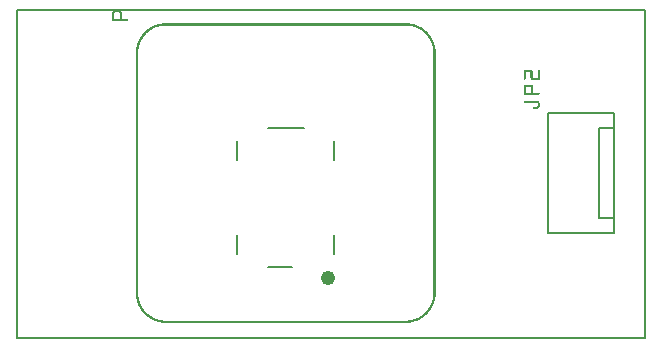
<source format=gto>
G04 MADE WITH FRITZING*
G04 WWW.FRITZING.ORG*
G04 DOUBLE SIDED*
G04 HOLES PLATED*
G04 CONTOUR ON CENTER OF CONTOUR VECTOR*
%ASAXBY*%
%FSLAX23Y23*%
%MOIN*%
%OFA0B0*%
%SFA1.0B1.0*%
%ADD10C,0.047622X-0.000378*%
%ADD11R,2.100320X1.100870X2.084320X1.084870*%
%ADD12C,0.008000*%
%ADD13C,0.005000*%
%ADD14R,0.001000X0.001000*%
%LNSILK1*%
G90*
G70*
G54D10*
X1042Y203D03*
G54D12*
X4Y1097D02*
X2096Y1097D01*
X2096Y4D01*
X4Y4D01*
X4Y1097D01*
D02*
G54D13*
X1062Y282D02*
X1062Y345D01*
D02*
X739Y282D02*
X739Y345D01*
D02*
X920Y239D02*
X841Y239D01*
D02*
X841Y703D02*
X960Y703D01*
D02*
X739Y597D02*
X739Y660D01*
D02*
X1062Y597D02*
X1062Y660D01*
D02*
X1775Y351D02*
X1995Y351D01*
D02*
X1775Y751D02*
X1995Y751D01*
D02*
X1775Y751D02*
X1775Y351D01*
D02*
X1995Y751D02*
X1995Y701D01*
D02*
X1995Y701D02*
X1995Y401D01*
D02*
X1995Y401D02*
X1995Y351D01*
D02*
X1995Y401D02*
X1945Y401D01*
D02*
X1945Y401D02*
X1945Y701D01*
D02*
X1945Y701D02*
X1995Y701D01*
G54D14*
X329Y1094D02*
X345Y1094D01*
X326Y1093D02*
X347Y1093D01*
X325Y1092D02*
X349Y1092D01*
X324Y1091D02*
X350Y1091D01*
X323Y1090D02*
X351Y1090D01*
X322Y1089D02*
X352Y1089D01*
X321Y1088D02*
X352Y1088D01*
X321Y1087D02*
X329Y1087D01*
X345Y1087D02*
X353Y1087D01*
X321Y1086D02*
X328Y1086D01*
X346Y1086D02*
X353Y1086D01*
X321Y1085D02*
X327Y1085D01*
X347Y1085D02*
X353Y1085D01*
X321Y1084D02*
X327Y1084D01*
X347Y1084D02*
X353Y1084D01*
X321Y1083D02*
X327Y1083D01*
X347Y1083D02*
X353Y1083D01*
X321Y1082D02*
X327Y1082D01*
X347Y1082D02*
X353Y1082D01*
X321Y1081D02*
X327Y1081D01*
X347Y1081D02*
X353Y1081D01*
X321Y1080D02*
X327Y1080D01*
X347Y1080D02*
X353Y1080D01*
X321Y1079D02*
X327Y1079D01*
X347Y1079D02*
X353Y1079D01*
X321Y1078D02*
X327Y1078D01*
X347Y1078D02*
X353Y1078D01*
X321Y1077D02*
X327Y1077D01*
X347Y1077D02*
X353Y1077D01*
X321Y1076D02*
X327Y1076D01*
X347Y1076D02*
X353Y1076D01*
X321Y1075D02*
X327Y1075D01*
X347Y1075D02*
X353Y1075D01*
X321Y1074D02*
X327Y1074D01*
X347Y1074D02*
X353Y1074D01*
X321Y1073D02*
X327Y1073D01*
X347Y1073D02*
X353Y1073D01*
X321Y1072D02*
X327Y1072D01*
X347Y1072D02*
X353Y1072D01*
X321Y1071D02*
X327Y1071D01*
X347Y1071D02*
X353Y1071D01*
X321Y1070D02*
X327Y1070D01*
X347Y1070D02*
X353Y1070D01*
X321Y1069D02*
X327Y1069D01*
X347Y1069D02*
X353Y1069D01*
X321Y1068D02*
X327Y1068D01*
X347Y1068D02*
X353Y1068D01*
X321Y1067D02*
X327Y1067D01*
X347Y1067D02*
X353Y1067D01*
X321Y1066D02*
X372Y1066D01*
X321Y1065D02*
X373Y1065D01*
X321Y1064D02*
X374Y1064D01*
X321Y1063D02*
X374Y1063D01*
X321Y1062D02*
X373Y1062D01*
X321Y1061D02*
X373Y1061D01*
X321Y1060D02*
X372Y1060D01*
X487Y1051D02*
X1312Y1051D01*
X481Y1050D02*
X1318Y1050D01*
X477Y1049D02*
X1323Y1049D01*
X473Y1048D02*
X1327Y1048D01*
X470Y1047D02*
X1330Y1047D01*
X467Y1046D02*
X1333Y1046D01*
X464Y1045D02*
X1336Y1045D01*
X462Y1044D02*
X1338Y1044D01*
X459Y1043D02*
X486Y1043D01*
X1313Y1043D02*
X1340Y1043D01*
X457Y1042D02*
X480Y1042D01*
X1319Y1042D02*
X1343Y1042D01*
X455Y1041D02*
X476Y1041D01*
X1323Y1041D02*
X1345Y1041D01*
X453Y1040D02*
X473Y1040D01*
X1327Y1040D02*
X1346Y1040D01*
X451Y1039D02*
X469Y1039D01*
X1330Y1039D02*
X1348Y1039D01*
X450Y1038D02*
X467Y1038D01*
X1333Y1038D02*
X1350Y1038D01*
X448Y1037D02*
X464Y1037D01*
X1335Y1037D02*
X1352Y1037D01*
X446Y1036D02*
X462Y1036D01*
X1338Y1036D02*
X1353Y1036D01*
X445Y1035D02*
X460Y1035D01*
X1340Y1035D02*
X1355Y1035D01*
X443Y1034D02*
X458Y1034D01*
X1342Y1034D02*
X1356Y1034D01*
X442Y1033D02*
X456Y1033D01*
X1344Y1033D02*
X1358Y1033D01*
X441Y1032D02*
X454Y1032D01*
X1346Y1032D02*
X1359Y1032D01*
X439Y1031D02*
X452Y1031D01*
X1347Y1031D02*
X1360Y1031D01*
X438Y1030D02*
X451Y1030D01*
X1349Y1030D02*
X1362Y1030D01*
X437Y1029D02*
X449Y1029D01*
X1351Y1029D02*
X1363Y1029D01*
X435Y1028D02*
X448Y1028D01*
X1352Y1028D02*
X1364Y1028D01*
X434Y1027D02*
X446Y1027D01*
X1353Y1027D02*
X1365Y1027D01*
X433Y1026D02*
X445Y1026D01*
X1355Y1026D02*
X1366Y1026D01*
X432Y1025D02*
X444Y1025D01*
X1356Y1025D02*
X1368Y1025D01*
X431Y1024D02*
X442Y1024D01*
X1357Y1024D02*
X1369Y1024D01*
X430Y1023D02*
X441Y1023D01*
X1359Y1023D02*
X1370Y1023D01*
X429Y1022D02*
X440Y1022D01*
X1360Y1022D02*
X1371Y1022D01*
X428Y1021D02*
X439Y1021D01*
X1361Y1021D02*
X1372Y1021D01*
X427Y1020D02*
X438Y1020D01*
X1362Y1020D02*
X1373Y1020D01*
X426Y1019D02*
X437Y1019D01*
X1363Y1019D02*
X1373Y1019D01*
X425Y1018D02*
X435Y1018D01*
X1364Y1018D02*
X1374Y1018D01*
X424Y1017D02*
X434Y1017D01*
X1365Y1017D02*
X1375Y1017D01*
X424Y1016D02*
X433Y1016D01*
X1366Y1016D02*
X1376Y1016D01*
X423Y1015D02*
X432Y1015D01*
X1367Y1015D02*
X1377Y1015D01*
X422Y1014D02*
X432Y1014D01*
X1368Y1014D02*
X1378Y1014D01*
X421Y1013D02*
X431Y1013D01*
X1369Y1013D02*
X1378Y1013D01*
X420Y1012D02*
X430Y1012D01*
X1370Y1012D02*
X1379Y1012D01*
X420Y1011D02*
X429Y1011D01*
X1371Y1011D02*
X1380Y1011D01*
X419Y1010D02*
X428Y1010D01*
X1372Y1010D02*
X1381Y1010D01*
X418Y1009D02*
X427Y1009D01*
X1372Y1009D02*
X1381Y1009D01*
X418Y1008D02*
X426Y1008D01*
X1373Y1008D02*
X1382Y1008D01*
X417Y1007D02*
X426Y1007D01*
X1374Y1007D02*
X1383Y1007D01*
X416Y1006D02*
X425Y1006D01*
X1375Y1006D02*
X1383Y1006D01*
X416Y1005D02*
X424Y1005D01*
X1375Y1005D02*
X1384Y1005D01*
X415Y1004D02*
X424Y1004D01*
X1376Y1004D02*
X1385Y1004D01*
X414Y1003D02*
X423Y1003D01*
X1377Y1003D02*
X1385Y1003D01*
X414Y1002D02*
X422Y1002D01*
X1378Y1002D02*
X1386Y1002D01*
X413Y1001D02*
X422Y1001D01*
X1378Y1001D02*
X1386Y1001D01*
X413Y1000D02*
X421Y1000D01*
X1379Y1000D02*
X1387Y1000D01*
X412Y999D02*
X420Y999D01*
X1379Y999D02*
X1387Y999D01*
X412Y998D02*
X420Y998D01*
X1380Y998D02*
X1388Y998D01*
X411Y997D02*
X419Y997D01*
X1380Y997D02*
X1388Y997D01*
X411Y996D02*
X419Y996D01*
X1381Y996D02*
X1389Y996D01*
X410Y995D02*
X418Y995D01*
X1382Y995D02*
X1389Y995D01*
X410Y994D02*
X417Y994D01*
X1382Y994D02*
X1390Y994D01*
X409Y993D02*
X417Y993D01*
X1383Y993D02*
X1390Y993D01*
X409Y992D02*
X417Y992D01*
X1383Y992D02*
X1391Y992D01*
X408Y991D02*
X416Y991D01*
X1384Y991D02*
X1391Y991D01*
X408Y990D02*
X416Y990D01*
X1384Y990D02*
X1392Y990D01*
X408Y989D02*
X415Y989D01*
X1384Y989D02*
X1392Y989D01*
X407Y988D02*
X415Y988D01*
X1385Y988D02*
X1392Y988D01*
X407Y987D02*
X414Y987D01*
X1385Y987D02*
X1393Y987D01*
X406Y986D02*
X414Y986D01*
X1386Y986D02*
X1393Y986D01*
X406Y985D02*
X413Y985D01*
X1386Y985D02*
X1394Y985D01*
X406Y984D02*
X413Y984D01*
X1387Y984D02*
X1394Y984D01*
X405Y983D02*
X413Y983D01*
X1387Y983D02*
X1394Y983D01*
X405Y982D02*
X412Y982D01*
X1387Y982D02*
X1395Y982D01*
X405Y981D02*
X412Y981D01*
X1388Y981D02*
X1395Y981D01*
X404Y980D02*
X412Y980D01*
X1388Y980D02*
X1395Y980D01*
X404Y979D02*
X411Y979D01*
X1388Y979D02*
X1396Y979D01*
X404Y978D02*
X411Y978D01*
X1389Y978D02*
X1396Y978D01*
X404Y977D02*
X411Y977D01*
X1389Y977D02*
X1396Y977D01*
X403Y976D02*
X410Y976D01*
X1389Y976D02*
X1396Y976D01*
X403Y975D02*
X410Y975D01*
X1389Y975D02*
X1397Y975D01*
X403Y974D02*
X410Y974D01*
X1390Y974D02*
X1397Y974D01*
X403Y973D02*
X410Y973D01*
X1390Y973D02*
X1397Y973D01*
X402Y972D02*
X410Y972D01*
X1390Y972D02*
X1397Y972D01*
X402Y971D02*
X409Y971D01*
X1390Y971D02*
X1397Y971D01*
X402Y970D02*
X409Y970D01*
X1391Y970D02*
X1398Y970D01*
X402Y969D02*
X409Y969D01*
X1391Y969D02*
X1398Y969D01*
X402Y968D02*
X409Y968D01*
X1391Y968D02*
X1398Y968D01*
X402Y967D02*
X409Y967D01*
X1391Y967D02*
X1398Y967D01*
X401Y966D02*
X408Y966D01*
X1391Y966D02*
X1398Y966D01*
X401Y965D02*
X408Y965D01*
X1391Y965D02*
X1398Y965D01*
X401Y964D02*
X408Y964D01*
X1392Y964D02*
X1399Y964D01*
X401Y963D02*
X408Y963D01*
X1392Y963D02*
X1399Y963D01*
X401Y962D02*
X408Y962D01*
X1392Y962D02*
X1399Y962D01*
X401Y961D02*
X408Y961D01*
X1392Y961D02*
X1399Y961D01*
X401Y960D02*
X408Y960D01*
X1392Y960D02*
X1399Y960D01*
X401Y959D02*
X408Y959D01*
X1392Y959D02*
X1399Y959D01*
X401Y958D02*
X408Y958D01*
X1392Y958D02*
X1399Y958D01*
X401Y957D02*
X408Y957D01*
X1392Y957D02*
X1399Y957D01*
X400Y956D02*
X407Y956D01*
X1392Y956D02*
X1399Y956D01*
X400Y955D02*
X407Y955D01*
X1392Y955D02*
X1399Y955D01*
X400Y954D02*
X407Y954D01*
X1392Y954D02*
X1399Y954D01*
X400Y953D02*
X407Y953D01*
X1392Y953D02*
X1399Y953D01*
X400Y952D02*
X407Y952D01*
X1392Y952D02*
X1399Y952D01*
X400Y951D02*
X407Y951D01*
X1392Y951D02*
X1399Y951D01*
X400Y950D02*
X407Y950D01*
X1392Y950D02*
X1399Y950D01*
X400Y949D02*
X407Y949D01*
X1392Y949D02*
X1399Y949D01*
X400Y948D02*
X407Y948D01*
X1392Y948D02*
X1399Y948D01*
X400Y947D02*
X407Y947D01*
X1392Y947D02*
X1399Y947D01*
X400Y946D02*
X407Y946D01*
X1392Y946D02*
X1399Y946D01*
X400Y945D02*
X407Y945D01*
X1392Y945D02*
X1399Y945D01*
X400Y944D02*
X407Y944D01*
X1392Y944D02*
X1399Y944D01*
X400Y943D02*
X407Y943D01*
X1392Y943D02*
X1399Y943D01*
X400Y942D02*
X407Y942D01*
X1392Y942D02*
X1399Y942D01*
X400Y941D02*
X407Y941D01*
X1392Y941D02*
X1399Y941D01*
X400Y940D02*
X407Y940D01*
X1392Y940D02*
X1399Y940D01*
X400Y939D02*
X407Y939D01*
X1392Y939D02*
X1399Y939D01*
X400Y938D02*
X407Y938D01*
X1392Y938D02*
X1399Y938D01*
X400Y937D02*
X407Y937D01*
X1392Y937D02*
X1399Y937D01*
X400Y936D02*
X407Y936D01*
X1392Y936D02*
X1399Y936D01*
X400Y935D02*
X407Y935D01*
X1392Y935D02*
X1399Y935D01*
X400Y934D02*
X407Y934D01*
X1392Y934D02*
X1399Y934D01*
X400Y933D02*
X407Y933D01*
X1392Y933D02*
X1399Y933D01*
X400Y932D02*
X407Y932D01*
X1392Y932D02*
X1399Y932D01*
X400Y931D02*
X407Y931D01*
X1392Y931D02*
X1399Y931D01*
X400Y930D02*
X407Y930D01*
X1392Y930D02*
X1399Y930D01*
X400Y929D02*
X407Y929D01*
X1392Y929D02*
X1399Y929D01*
X400Y928D02*
X407Y928D01*
X1392Y928D02*
X1399Y928D01*
X400Y927D02*
X407Y927D01*
X1392Y927D02*
X1399Y927D01*
X400Y926D02*
X407Y926D01*
X1392Y926D02*
X1399Y926D01*
X400Y925D02*
X407Y925D01*
X1392Y925D02*
X1399Y925D01*
X400Y924D02*
X407Y924D01*
X1392Y924D02*
X1399Y924D01*
X400Y923D02*
X407Y923D01*
X1392Y923D02*
X1399Y923D01*
X400Y922D02*
X407Y922D01*
X1392Y922D02*
X1399Y922D01*
X400Y921D02*
X407Y921D01*
X1392Y921D02*
X1399Y921D01*
X400Y920D02*
X407Y920D01*
X1392Y920D02*
X1399Y920D01*
X400Y919D02*
X407Y919D01*
X1392Y919D02*
X1399Y919D01*
X400Y918D02*
X407Y918D01*
X1392Y918D02*
X1399Y918D01*
X400Y917D02*
X407Y917D01*
X1392Y917D02*
X1399Y917D01*
X400Y916D02*
X407Y916D01*
X1392Y916D02*
X1399Y916D01*
X400Y915D02*
X407Y915D01*
X1392Y915D02*
X1399Y915D01*
X400Y914D02*
X407Y914D01*
X1392Y914D02*
X1399Y914D01*
X400Y913D02*
X407Y913D01*
X1392Y913D02*
X1399Y913D01*
X400Y912D02*
X407Y912D01*
X1392Y912D02*
X1399Y912D01*
X400Y911D02*
X407Y911D01*
X1392Y911D02*
X1399Y911D01*
X400Y910D02*
X407Y910D01*
X1392Y910D02*
X1399Y910D01*
X400Y909D02*
X407Y909D01*
X1392Y909D02*
X1399Y909D01*
X400Y908D02*
X407Y908D01*
X1392Y908D02*
X1399Y908D01*
X400Y907D02*
X407Y907D01*
X1392Y907D02*
X1399Y907D01*
X400Y906D02*
X407Y906D01*
X1392Y906D02*
X1399Y906D01*
X400Y905D02*
X407Y905D01*
X1392Y905D02*
X1399Y905D01*
X400Y904D02*
X407Y904D01*
X1392Y904D02*
X1399Y904D01*
X400Y903D02*
X407Y903D01*
X1392Y903D02*
X1399Y903D01*
X400Y902D02*
X407Y902D01*
X1392Y902D02*
X1399Y902D01*
X400Y901D02*
X407Y901D01*
X1392Y901D02*
X1399Y901D01*
X400Y900D02*
X407Y900D01*
X1392Y900D02*
X1399Y900D01*
X400Y899D02*
X407Y899D01*
X1392Y899D02*
X1399Y899D01*
X400Y898D02*
X407Y898D01*
X1392Y898D02*
X1399Y898D01*
X400Y897D02*
X407Y897D01*
X1392Y897D02*
X1399Y897D01*
X400Y896D02*
X407Y896D01*
X1392Y896D02*
X1399Y896D01*
X1697Y896D02*
X1719Y896D01*
X1741Y896D02*
X1745Y896D01*
X400Y895D02*
X407Y895D01*
X1392Y895D02*
X1399Y895D01*
X1695Y895D02*
X1720Y895D01*
X1740Y895D02*
X1746Y895D01*
X400Y894D02*
X407Y894D01*
X1392Y894D02*
X1399Y894D01*
X1694Y894D02*
X1721Y894D01*
X1740Y894D02*
X1746Y894D01*
X400Y893D02*
X407Y893D01*
X1392Y893D02*
X1399Y893D01*
X1694Y893D02*
X1722Y893D01*
X1740Y893D02*
X1746Y893D01*
X400Y892D02*
X407Y892D01*
X1392Y892D02*
X1399Y892D01*
X1693Y892D02*
X1722Y892D01*
X1740Y892D02*
X1746Y892D01*
X400Y891D02*
X407Y891D01*
X1392Y891D02*
X1399Y891D01*
X1693Y891D02*
X1722Y891D01*
X1740Y891D02*
X1746Y891D01*
X400Y890D02*
X407Y890D01*
X1392Y890D02*
X1399Y890D01*
X1693Y890D02*
X1722Y890D01*
X1740Y890D02*
X1746Y890D01*
X400Y889D02*
X407Y889D01*
X1392Y889D02*
X1399Y889D01*
X1693Y889D02*
X1699Y889D01*
X1716Y889D02*
X1722Y889D01*
X1740Y889D02*
X1746Y889D01*
X400Y888D02*
X407Y888D01*
X1392Y888D02*
X1399Y888D01*
X1693Y888D02*
X1699Y888D01*
X1716Y888D02*
X1722Y888D01*
X1740Y888D02*
X1746Y888D01*
X400Y887D02*
X407Y887D01*
X1392Y887D02*
X1399Y887D01*
X1693Y887D02*
X1699Y887D01*
X1716Y887D02*
X1722Y887D01*
X1740Y887D02*
X1746Y887D01*
X400Y886D02*
X407Y886D01*
X1392Y886D02*
X1399Y886D01*
X1693Y886D02*
X1699Y886D01*
X1716Y886D02*
X1722Y886D01*
X1740Y886D02*
X1746Y886D01*
X400Y885D02*
X407Y885D01*
X1392Y885D02*
X1399Y885D01*
X1693Y885D02*
X1699Y885D01*
X1716Y885D02*
X1722Y885D01*
X1740Y885D02*
X1746Y885D01*
X400Y884D02*
X407Y884D01*
X1392Y884D02*
X1399Y884D01*
X1693Y884D02*
X1699Y884D01*
X1716Y884D02*
X1722Y884D01*
X1740Y884D02*
X1746Y884D01*
X400Y883D02*
X407Y883D01*
X1392Y883D02*
X1399Y883D01*
X1693Y883D02*
X1699Y883D01*
X1716Y883D02*
X1722Y883D01*
X1740Y883D02*
X1746Y883D01*
X400Y882D02*
X407Y882D01*
X1392Y882D02*
X1399Y882D01*
X1693Y882D02*
X1699Y882D01*
X1716Y882D02*
X1722Y882D01*
X1740Y882D02*
X1746Y882D01*
X400Y881D02*
X407Y881D01*
X1392Y881D02*
X1399Y881D01*
X1693Y881D02*
X1699Y881D01*
X1716Y881D02*
X1722Y881D01*
X1740Y881D02*
X1746Y881D01*
X400Y880D02*
X407Y880D01*
X1392Y880D02*
X1399Y880D01*
X1693Y880D02*
X1699Y880D01*
X1716Y880D02*
X1722Y880D01*
X1740Y880D02*
X1746Y880D01*
X400Y879D02*
X407Y879D01*
X1392Y879D02*
X1399Y879D01*
X1693Y879D02*
X1699Y879D01*
X1716Y879D02*
X1722Y879D01*
X1740Y879D02*
X1746Y879D01*
X400Y878D02*
X407Y878D01*
X1392Y878D02*
X1399Y878D01*
X1693Y878D02*
X1699Y878D01*
X1716Y878D02*
X1722Y878D01*
X1740Y878D02*
X1746Y878D01*
X400Y877D02*
X407Y877D01*
X1392Y877D02*
X1399Y877D01*
X1693Y877D02*
X1699Y877D01*
X1716Y877D02*
X1722Y877D01*
X1740Y877D02*
X1746Y877D01*
X400Y876D02*
X407Y876D01*
X1392Y876D02*
X1399Y876D01*
X1693Y876D02*
X1699Y876D01*
X1716Y876D02*
X1722Y876D01*
X1740Y876D02*
X1746Y876D01*
X400Y875D02*
X407Y875D01*
X1392Y875D02*
X1399Y875D01*
X1693Y875D02*
X1699Y875D01*
X1716Y875D02*
X1722Y875D01*
X1740Y875D02*
X1746Y875D01*
X400Y874D02*
X407Y874D01*
X1392Y874D02*
X1399Y874D01*
X1693Y874D02*
X1699Y874D01*
X1716Y874D02*
X1722Y874D01*
X1740Y874D02*
X1746Y874D01*
X400Y873D02*
X407Y873D01*
X1392Y873D02*
X1399Y873D01*
X1693Y873D02*
X1699Y873D01*
X1716Y873D02*
X1722Y873D01*
X1740Y873D02*
X1746Y873D01*
X400Y872D02*
X407Y872D01*
X1392Y872D02*
X1399Y872D01*
X1693Y872D02*
X1699Y872D01*
X1716Y872D02*
X1722Y872D01*
X1740Y872D02*
X1746Y872D01*
X400Y871D02*
X407Y871D01*
X1392Y871D02*
X1399Y871D01*
X1693Y871D02*
X1699Y871D01*
X1716Y871D02*
X1722Y871D01*
X1740Y871D02*
X1746Y871D01*
X400Y870D02*
X407Y870D01*
X1392Y870D02*
X1399Y870D01*
X1693Y870D02*
X1699Y870D01*
X1716Y870D02*
X1722Y870D01*
X1740Y870D02*
X1746Y870D01*
X400Y869D02*
X407Y869D01*
X1392Y869D02*
X1399Y869D01*
X1693Y869D02*
X1699Y869D01*
X1716Y869D02*
X1746Y869D01*
X400Y868D02*
X407Y868D01*
X1392Y868D02*
X1399Y868D01*
X1693Y868D02*
X1699Y868D01*
X1717Y868D02*
X1746Y868D01*
X400Y867D02*
X407Y867D01*
X1392Y867D02*
X1399Y867D01*
X1693Y867D02*
X1699Y867D01*
X1717Y867D02*
X1746Y867D01*
X400Y866D02*
X407Y866D01*
X1392Y866D02*
X1399Y866D01*
X1693Y866D02*
X1699Y866D01*
X1717Y866D02*
X1746Y866D01*
X400Y865D02*
X407Y865D01*
X1392Y865D02*
X1399Y865D01*
X1693Y865D02*
X1699Y865D01*
X1718Y865D02*
X1746Y865D01*
X400Y864D02*
X407Y864D01*
X1392Y864D02*
X1399Y864D01*
X1693Y864D02*
X1698Y864D01*
X1719Y864D02*
X1746Y864D01*
X400Y863D02*
X407Y863D01*
X1392Y863D02*
X1399Y863D01*
X1694Y863D02*
X1697Y863D01*
X1721Y863D02*
X1746Y863D01*
X400Y862D02*
X407Y862D01*
X1392Y862D02*
X1399Y862D01*
X400Y861D02*
X407Y861D01*
X1392Y861D02*
X1399Y861D01*
X400Y860D02*
X407Y860D01*
X1392Y860D02*
X1399Y860D01*
X400Y859D02*
X407Y859D01*
X1392Y859D02*
X1399Y859D01*
X400Y858D02*
X407Y858D01*
X1392Y858D02*
X1399Y858D01*
X400Y857D02*
X407Y857D01*
X1392Y857D02*
X1399Y857D01*
X400Y856D02*
X407Y856D01*
X1392Y856D02*
X1399Y856D01*
X400Y855D02*
X407Y855D01*
X1392Y855D02*
X1399Y855D01*
X400Y854D02*
X407Y854D01*
X1392Y854D02*
X1399Y854D01*
X400Y853D02*
X407Y853D01*
X1392Y853D02*
X1399Y853D01*
X400Y852D02*
X407Y852D01*
X1392Y852D02*
X1399Y852D01*
X400Y851D02*
X407Y851D01*
X1392Y851D02*
X1399Y851D01*
X400Y850D02*
X407Y850D01*
X1392Y850D02*
X1399Y850D01*
X400Y849D02*
X407Y849D01*
X1392Y849D02*
X1399Y849D01*
X400Y848D02*
X407Y848D01*
X1392Y848D02*
X1399Y848D01*
X400Y847D02*
X407Y847D01*
X1392Y847D02*
X1399Y847D01*
X400Y846D02*
X407Y846D01*
X1392Y846D02*
X1399Y846D01*
X1699Y846D02*
X1719Y846D01*
X400Y845D02*
X407Y845D01*
X1392Y845D02*
X1399Y845D01*
X1697Y845D02*
X1721Y845D01*
X400Y844D02*
X407Y844D01*
X1392Y844D02*
X1399Y844D01*
X1696Y844D02*
X1722Y844D01*
X400Y843D02*
X407Y843D01*
X1392Y843D02*
X1399Y843D01*
X1695Y843D02*
X1723Y843D01*
X400Y842D02*
X407Y842D01*
X1392Y842D02*
X1399Y842D01*
X1695Y842D02*
X1724Y842D01*
X400Y841D02*
X407Y841D01*
X1392Y841D02*
X1399Y841D01*
X1694Y841D02*
X1724Y841D01*
X400Y840D02*
X407Y840D01*
X1392Y840D02*
X1399Y840D01*
X1693Y840D02*
X1725Y840D01*
X400Y839D02*
X407Y839D01*
X1392Y839D02*
X1399Y839D01*
X1693Y839D02*
X1700Y839D01*
X1718Y839D02*
X1725Y839D01*
X400Y838D02*
X407Y838D01*
X1392Y838D02*
X1399Y838D01*
X1693Y838D02*
X1699Y838D01*
X1719Y838D02*
X1725Y838D01*
X400Y837D02*
X407Y837D01*
X1392Y837D02*
X1399Y837D01*
X1693Y837D02*
X1699Y837D01*
X1719Y837D02*
X1725Y837D01*
X400Y836D02*
X407Y836D01*
X1392Y836D02*
X1399Y836D01*
X1693Y836D02*
X1699Y836D01*
X1719Y836D02*
X1725Y836D01*
X400Y835D02*
X407Y835D01*
X1392Y835D02*
X1399Y835D01*
X1693Y835D02*
X1699Y835D01*
X1719Y835D02*
X1725Y835D01*
X400Y834D02*
X407Y834D01*
X1392Y834D02*
X1399Y834D01*
X1693Y834D02*
X1699Y834D01*
X1719Y834D02*
X1725Y834D01*
X400Y833D02*
X407Y833D01*
X1392Y833D02*
X1399Y833D01*
X1693Y833D02*
X1699Y833D01*
X1719Y833D02*
X1725Y833D01*
X400Y832D02*
X407Y832D01*
X1392Y832D02*
X1399Y832D01*
X1693Y832D02*
X1699Y832D01*
X1719Y832D02*
X1725Y832D01*
X400Y831D02*
X407Y831D01*
X1392Y831D02*
X1399Y831D01*
X1693Y831D02*
X1699Y831D01*
X1719Y831D02*
X1725Y831D01*
X400Y830D02*
X407Y830D01*
X1392Y830D02*
X1399Y830D01*
X1693Y830D02*
X1699Y830D01*
X1719Y830D02*
X1725Y830D01*
X400Y829D02*
X407Y829D01*
X1392Y829D02*
X1399Y829D01*
X1693Y829D02*
X1699Y829D01*
X1719Y829D02*
X1725Y829D01*
X400Y828D02*
X407Y828D01*
X1392Y828D02*
X1399Y828D01*
X1693Y828D02*
X1699Y828D01*
X1719Y828D02*
X1725Y828D01*
X400Y827D02*
X407Y827D01*
X1392Y827D02*
X1399Y827D01*
X1693Y827D02*
X1699Y827D01*
X1719Y827D02*
X1725Y827D01*
X400Y826D02*
X407Y826D01*
X1392Y826D02*
X1399Y826D01*
X1693Y826D02*
X1699Y826D01*
X1719Y826D02*
X1725Y826D01*
X400Y825D02*
X407Y825D01*
X1392Y825D02*
X1399Y825D01*
X1693Y825D02*
X1699Y825D01*
X1719Y825D02*
X1725Y825D01*
X400Y824D02*
X407Y824D01*
X1392Y824D02*
X1399Y824D01*
X1693Y824D02*
X1699Y824D01*
X1719Y824D02*
X1725Y824D01*
X400Y823D02*
X407Y823D01*
X1392Y823D02*
X1399Y823D01*
X1693Y823D02*
X1699Y823D01*
X1719Y823D02*
X1725Y823D01*
X400Y822D02*
X407Y822D01*
X1392Y822D02*
X1399Y822D01*
X1693Y822D02*
X1699Y822D01*
X1719Y822D02*
X1725Y822D01*
X400Y821D02*
X407Y821D01*
X1392Y821D02*
X1399Y821D01*
X1693Y821D02*
X1699Y821D01*
X1719Y821D02*
X1725Y821D01*
X400Y820D02*
X407Y820D01*
X1392Y820D02*
X1399Y820D01*
X1693Y820D02*
X1699Y820D01*
X1719Y820D02*
X1725Y820D01*
X400Y819D02*
X407Y819D01*
X1392Y819D02*
X1399Y819D01*
X1693Y819D02*
X1744Y819D01*
X400Y818D02*
X407Y818D01*
X1392Y818D02*
X1399Y818D01*
X1693Y818D02*
X1745Y818D01*
X400Y817D02*
X407Y817D01*
X1392Y817D02*
X1399Y817D01*
X1693Y817D02*
X1746Y817D01*
X400Y816D02*
X407Y816D01*
X1392Y816D02*
X1399Y816D01*
X1693Y816D02*
X1746Y816D01*
X400Y815D02*
X407Y815D01*
X1392Y815D02*
X1399Y815D01*
X1693Y815D02*
X1746Y815D01*
X400Y814D02*
X407Y814D01*
X1392Y814D02*
X1399Y814D01*
X1693Y814D02*
X1745Y814D01*
X400Y813D02*
X407Y813D01*
X1392Y813D02*
X1399Y813D01*
X1693Y813D02*
X1744Y813D01*
X400Y812D02*
X407Y812D01*
X1392Y812D02*
X1399Y812D01*
X400Y811D02*
X407Y811D01*
X1392Y811D02*
X1399Y811D01*
X400Y810D02*
X407Y810D01*
X1392Y810D02*
X1399Y810D01*
X400Y809D02*
X407Y809D01*
X1392Y809D02*
X1399Y809D01*
X400Y808D02*
X407Y808D01*
X1392Y808D02*
X1399Y808D01*
X400Y807D02*
X407Y807D01*
X1392Y807D02*
X1399Y807D01*
X400Y806D02*
X407Y806D01*
X1392Y806D02*
X1399Y806D01*
X400Y805D02*
X407Y805D01*
X1392Y805D02*
X1399Y805D01*
X400Y804D02*
X407Y804D01*
X1392Y804D02*
X1399Y804D01*
X400Y803D02*
X407Y803D01*
X1392Y803D02*
X1399Y803D01*
X400Y802D02*
X407Y802D01*
X1392Y802D02*
X1399Y802D01*
X400Y801D02*
X407Y801D01*
X1392Y801D02*
X1399Y801D01*
X400Y800D02*
X407Y800D01*
X1392Y800D02*
X1399Y800D01*
X400Y799D02*
X407Y799D01*
X1392Y799D02*
X1399Y799D01*
X400Y798D02*
X407Y798D01*
X1392Y798D02*
X1399Y798D01*
X400Y797D02*
X407Y797D01*
X1392Y797D02*
X1399Y797D01*
X400Y796D02*
X407Y796D01*
X1392Y796D02*
X1399Y796D01*
X400Y795D02*
X407Y795D01*
X1392Y795D02*
X1399Y795D01*
X400Y794D02*
X407Y794D01*
X1392Y794D02*
X1399Y794D01*
X400Y793D02*
X407Y793D01*
X1392Y793D02*
X1399Y793D01*
X1695Y793D02*
X1739Y793D01*
X400Y792D02*
X407Y792D01*
X1392Y792D02*
X1399Y792D01*
X1694Y792D02*
X1741Y792D01*
X400Y791D02*
X407Y791D01*
X1392Y791D02*
X1399Y791D01*
X1693Y791D02*
X1742Y791D01*
X400Y790D02*
X407Y790D01*
X1392Y790D02*
X1399Y790D01*
X1693Y790D02*
X1743Y790D01*
X400Y789D02*
X407Y789D01*
X1392Y789D02*
X1399Y789D01*
X1693Y789D02*
X1744Y789D01*
X400Y788D02*
X407Y788D01*
X1392Y788D02*
X1399Y788D01*
X1694Y788D02*
X1745Y788D01*
X400Y787D02*
X407Y787D01*
X1392Y787D02*
X1399Y787D01*
X1695Y787D02*
X1745Y787D01*
X400Y786D02*
X407Y786D01*
X1392Y786D02*
X1399Y786D01*
X1738Y786D02*
X1746Y786D01*
X400Y785D02*
X407Y785D01*
X1392Y785D02*
X1399Y785D01*
X1739Y785D02*
X1746Y785D01*
X400Y784D02*
X407Y784D01*
X1392Y784D02*
X1399Y784D01*
X1740Y784D02*
X1746Y784D01*
X400Y783D02*
X407Y783D01*
X1392Y783D02*
X1399Y783D01*
X1740Y783D02*
X1746Y783D01*
X400Y782D02*
X407Y782D01*
X1392Y782D02*
X1399Y782D01*
X1740Y782D02*
X1746Y782D01*
X400Y781D02*
X407Y781D01*
X1392Y781D02*
X1399Y781D01*
X1740Y781D02*
X1746Y781D01*
X400Y780D02*
X407Y780D01*
X1392Y780D02*
X1399Y780D01*
X1740Y780D02*
X1746Y780D01*
X400Y779D02*
X407Y779D01*
X1392Y779D02*
X1399Y779D01*
X1740Y779D02*
X1746Y779D01*
X400Y778D02*
X407Y778D01*
X1392Y778D02*
X1399Y778D01*
X1740Y778D02*
X1746Y778D01*
X400Y777D02*
X407Y777D01*
X1392Y777D02*
X1399Y777D01*
X1740Y777D02*
X1746Y777D01*
X400Y776D02*
X407Y776D01*
X1392Y776D02*
X1399Y776D01*
X1740Y776D02*
X1746Y776D01*
X400Y775D02*
X407Y775D01*
X1392Y775D02*
X1399Y775D01*
X1740Y775D02*
X1746Y775D01*
X400Y774D02*
X407Y774D01*
X1392Y774D02*
X1399Y774D01*
X1739Y774D02*
X1746Y774D01*
X400Y773D02*
X407Y773D01*
X1392Y773D02*
X1399Y773D01*
X1737Y773D02*
X1745Y773D01*
X400Y772D02*
X407Y772D01*
X1392Y772D02*
X1399Y772D01*
X1724Y772D02*
X1745Y772D01*
X400Y771D02*
X407Y771D01*
X1392Y771D02*
X1399Y771D01*
X1723Y771D02*
X1744Y771D01*
X400Y770D02*
X407Y770D01*
X1392Y770D02*
X1399Y770D01*
X1722Y770D02*
X1744Y770D01*
X400Y769D02*
X407Y769D01*
X1392Y769D02*
X1399Y769D01*
X1722Y769D02*
X1743Y769D01*
X400Y768D02*
X407Y768D01*
X1392Y768D02*
X1399Y768D01*
X1723Y768D02*
X1742Y768D01*
X400Y767D02*
X407Y767D01*
X1392Y767D02*
X1399Y767D01*
X1723Y767D02*
X1740Y767D01*
X400Y766D02*
X407Y766D01*
X1392Y766D02*
X1399Y766D01*
X1725Y766D02*
X1737Y766D01*
X400Y765D02*
X407Y765D01*
X1392Y765D02*
X1399Y765D01*
X400Y764D02*
X407Y764D01*
X1392Y764D02*
X1399Y764D01*
X400Y763D02*
X407Y763D01*
X1392Y763D02*
X1399Y763D01*
X400Y762D02*
X407Y762D01*
X1392Y762D02*
X1399Y762D01*
X400Y761D02*
X407Y761D01*
X1392Y761D02*
X1399Y761D01*
X400Y760D02*
X407Y760D01*
X1392Y760D02*
X1399Y760D01*
X400Y759D02*
X407Y759D01*
X1392Y759D02*
X1399Y759D01*
X400Y758D02*
X407Y758D01*
X1392Y758D02*
X1399Y758D01*
X400Y757D02*
X407Y757D01*
X1392Y757D02*
X1399Y757D01*
X400Y756D02*
X407Y756D01*
X1392Y756D02*
X1399Y756D01*
X400Y755D02*
X407Y755D01*
X1392Y755D02*
X1399Y755D01*
X400Y754D02*
X407Y754D01*
X1392Y754D02*
X1399Y754D01*
X400Y753D02*
X407Y753D01*
X1392Y753D02*
X1399Y753D01*
X400Y752D02*
X407Y752D01*
X1392Y752D02*
X1399Y752D01*
X400Y751D02*
X407Y751D01*
X1392Y751D02*
X1399Y751D01*
X400Y750D02*
X407Y750D01*
X1392Y750D02*
X1399Y750D01*
X400Y749D02*
X407Y749D01*
X1392Y749D02*
X1399Y749D01*
X400Y748D02*
X407Y748D01*
X1392Y748D02*
X1399Y748D01*
X400Y747D02*
X407Y747D01*
X1392Y747D02*
X1399Y747D01*
X400Y746D02*
X407Y746D01*
X1392Y746D02*
X1399Y746D01*
X400Y745D02*
X407Y745D01*
X1392Y745D02*
X1399Y745D01*
X400Y744D02*
X407Y744D01*
X1392Y744D02*
X1399Y744D01*
X400Y743D02*
X407Y743D01*
X1392Y743D02*
X1399Y743D01*
X400Y742D02*
X407Y742D01*
X1392Y742D02*
X1399Y742D01*
X400Y741D02*
X407Y741D01*
X1392Y741D02*
X1399Y741D01*
X400Y740D02*
X407Y740D01*
X1392Y740D02*
X1399Y740D01*
X400Y739D02*
X407Y739D01*
X1392Y739D02*
X1399Y739D01*
X400Y738D02*
X407Y738D01*
X1392Y738D02*
X1399Y738D01*
X400Y737D02*
X407Y737D01*
X1392Y737D02*
X1399Y737D01*
X400Y736D02*
X407Y736D01*
X1392Y736D02*
X1399Y736D01*
X400Y735D02*
X407Y735D01*
X1392Y735D02*
X1399Y735D01*
X400Y734D02*
X407Y734D01*
X1392Y734D02*
X1399Y734D01*
X400Y733D02*
X407Y733D01*
X1392Y733D02*
X1399Y733D01*
X400Y732D02*
X407Y732D01*
X1392Y732D02*
X1399Y732D01*
X400Y731D02*
X407Y731D01*
X1392Y731D02*
X1399Y731D01*
X400Y730D02*
X407Y730D01*
X1392Y730D02*
X1399Y730D01*
X400Y729D02*
X407Y729D01*
X1392Y729D02*
X1399Y729D01*
X400Y728D02*
X407Y728D01*
X1392Y728D02*
X1399Y728D01*
X400Y727D02*
X407Y727D01*
X1392Y727D02*
X1399Y727D01*
X400Y726D02*
X407Y726D01*
X1392Y726D02*
X1399Y726D01*
X400Y725D02*
X407Y725D01*
X1392Y725D02*
X1399Y725D01*
X400Y724D02*
X407Y724D01*
X1392Y724D02*
X1399Y724D01*
X400Y723D02*
X407Y723D01*
X1392Y723D02*
X1399Y723D01*
X400Y722D02*
X407Y722D01*
X1392Y722D02*
X1399Y722D01*
X400Y721D02*
X407Y721D01*
X1392Y721D02*
X1399Y721D01*
X400Y720D02*
X407Y720D01*
X1392Y720D02*
X1399Y720D01*
X400Y719D02*
X407Y719D01*
X1392Y719D02*
X1399Y719D01*
X400Y718D02*
X407Y718D01*
X1392Y718D02*
X1399Y718D01*
X400Y717D02*
X407Y717D01*
X1392Y717D02*
X1399Y717D01*
X400Y716D02*
X407Y716D01*
X1392Y716D02*
X1399Y716D01*
X400Y715D02*
X407Y715D01*
X1392Y715D02*
X1399Y715D01*
X400Y714D02*
X407Y714D01*
X1392Y714D02*
X1399Y714D01*
X400Y713D02*
X407Y713D01*
X1392Y713D02*
X1399Y713D01*
X400Y712D02*
X407Y712D01*
X1392Y712D02*
X1399Y712D01*
X400Y711D02*
X407Y711D01*
X1392Y711D02*
X1399Y711D01*
X400Y710D02*
X407Y710D01*
X1392Y710D02*
X1399Y710D01*
X400Y709D02*
X407Y709D01*
X1392Y709D02*
X1399Y709D01*
X400Y708D02*
X407Y708D01*
X1392Y708D02*
X1399Y708D01*
X400Y707D02*
X407Y707D01*
X1392Y707D02*
X1399Y707D01*
X400Y706D02*
X407Y706D01*
X1392Y706D02*
X1399Y706D01*
X400Y705D02*
X407Y705D01*
X1392Y705D02*
X1399Y705D01*
X400Y704D02*
X407Y704D01*
X1392Y704D02*
X1399Y704D01*
X400Y703D02*
X407Y703D01*
X1392Y703D02*
X1399Y703D01*
X400Y702D02*
X407Y702D01*
X1392Y702D02*
X1399Y702D01*
X400Y701D02*
X407Y701D01*
X1392Y701D02*
X1399Y701D01*
X400Y700D02*
X407Y700D01*
X1392Y700D02*
X1399Y700D01*
X400Y699D02*
X407Y699D01*
X1392Y699D02*
X1399Y699D01*
X400Y698D02*
X407Y698D01*
X1392Y698D02*
X1399Y698D01*
X400Y697D02*
X407Y697D01*
X1392Y697D02*
X1399Y697D01*
X400Y696D02*
X407Y696D01*
X1392Y696D02*
X1399Y696D01*
X400Y695D02*
X407Y695D01*
X1392Y695D02*
X1399Y695D01*
X400Y694D02*
X407Y694D01*
X1392Y694D02*
X1399Y694D01*
X400Y693D02*
X407Y693D01*
X1392Y693D02*
X1399Y693D01*
X400Y692D02*
X407Y692D01*
X1392Y692D02*
X1399Y692D01*
X400Y691D02*
X407Y691D01*
X1392Y691D02*
X1399Y691D01*
X400Y690D02*
X407Y690D01*
X1392Y690D02*
X1399Y690D01*
X400Y689D02*
X407Y689D01*
X1392Y689D02*
X1399Y689D01*
X400Y688D02*
X407Y688D01*
X1392Y688D02*
X1399Y688D01*
X400Y687D02*
X407Y687D01*
X1392Y687D02*
X1399Y687D01*
X400Y686D02*
X407Y686D01*
X1392Y686D02*
X1399Y686D01*
X400Y685D02*
X407Y685D01*
X1392Y685D02*
X1399Y685D01*
X400Y684D02*
X407Y684D01*
X1392Y684D02*
X1399Y684D01*
X400Y683D02*
X407Y683D01*
X1392Y683D02*
X1399Y683D01*
X400Y682D02*
X407Y682D01*
X1392Y682D02*
X1399Y682D01*
X400Y681D02*
X407Y681D01*
X1392Y681D02*
X1399Y681D01*
X400Y680D02*
X407Y680D01*
X1392Y680D02*
X1399Y680D01*
X400Y679D02*
X407Y679D01*
X1392Y679D02*
X1399Y679D01*
X400Y678D02*
X407Y678D01*
X1392Y678D02*
X1399Y678D01*
X400Y677D02*
X407Y677D01*
X1392Y677D02*
X1399Y677D01*
X400Y676D02*
X407Y676D01*
X1392Y676D02*
X1399Y676D01*
X400Y675D02*
X407Y675D01*
X1392Y675D02*
X1399Y675D01*
X400Y674D02*
X407Y674D01*
X1392Y674D02*
X1399Y674D01*
X400Y673D02*
X407Y673D01*
X1392Y673D02*
X1399Y673D01*
X400Y672D02*
X407Y672D01*
X1392Y672D02*
X1399Y672D01*
X400Y671D02*
X407Y671D01*
X1392Y671D02*
X1399Y671D01*
X400Y670D02*
X407Y670D01*
X1392Y670D02*
X1399Y670D01*
X400Y669D02*
X407Y669D01*
X1392Y669D02*
X1399Y669D01*
X400Y668D02*
X407Y668D01*
X1392Y668D02*
X1399Y668D01*
X400Y667D02*
X407Y667D01*
X1392Y667D02*
X1399Y667D01*
X400Y666D02*
X407Y666D01*
X1392Y666D02*
X1399Y666D01*
X400Y665D02*
X407Y665D01*
X1392Y665D02*
X1399Y665D01*
X400Y664D02*
X407Y664D01*
X1392Y664D02*
X1399Y664D01*
X400Y663D02*
X407Y663D01*
X1392Y663D02*
X1399Y663D01*
X400Y662D02*
X407Y662D01*
X1392Y662D02*
X1399Y662D01*
X400Y661D02*
X407Y661D01*
X1392Y661D02*
X1399Y661D01*
X400Y660D02*
X407Y660D01*
X1392Y660D02*
X1399Y660D01*
X400Y659D02*
X407Y659D01*
X1392Y659D02*
X1399Y659D01*
X400Y658D02*
X407Y658D01*
X1392Y658D02*
X1399Y658D01*
X400Y657D02*
X407Y657D01*
X1392Y657D02*
X1399Y657D01*
X400Y656D02*
X407Y656D01*
X1392Y656D02*
X1399Y656D01*
X400Y655D02*
X407Y655D01*
X1392Y655D02*
X1399Y655D01*
X400Y654D02*
X407Y654D01*
X1392Y654D02*
X1399Y654D01*
X400Y653D02*
X407Y653D01*
X1392Y653D02*
X1399Y653D01*
X400Y652D02*
X407Y652D01*
X1392Y652D02*
X1399Y652D01*
X400Y651D02*
X407Y651D01*
X1392Y651D02*
X1399Y651D01*
X400Y650D02*
X407Y650D01*
X1392Y650D02*
X1399Y650D01*
X400Y649D02*
X407Y649D01*
X1392Y649D02*
X1399Y649D01*
X400Y648D02*
X407Y648D01*
X1392Y648D02*
X1399Y648D01*
X400Y647D02*
X407Y647D01*
X1392Y647D02*
X1399Y647D01*
X400Y646D02*
X407Y646D01*
X1392Y646D02*
X1399Y646D01*
X400Y645D02*
X407Y645D01*
X1392Y645D02*
X1399Y645D01*
X400Y644D02*
X407Y644D01*
X1392Y644D02*
X1399Y644D01*
X400Y643D02*
X407Y643D01*
X1392Y643D02*
X1399Y643D01*
X400Y642D02*
X407Y642D01*
X1392Y642D02*
X1399Y642D01*
X400Y641D02*
X407Y641D01*
X1392Y641D02*
X1399Y641D01*
X400Y640D02*
X407Y640D01*
X1392Y640D02*
X1399Y640D01*
X400Y639D02*
X407Y639D01*
X1392Y639D02*
X1399Y639D01*
X400Y638D02*
X407Y638D01*
X1392Y638D02*
X1399Y638D01*
X400Y637D02*
X407Y637D01*
X1392Y637D02*
X1399Y637D01*
X400Y636D02*
X407Y636D01*
X1392Y636D02*
X1399Y636D01*
X400Y635D02*
X407Y635D01*
X1392Y635D02*
X1399Y635D01*
X400Y634D02*
X407Y634D01*
X1392Y634D02*
X1399Y634D01*
X400Y633D02*
X407Y633D01*
X1392Y633D02*
X1399Y633D01*
X400Y632D02*
X407Y632D01*
X1392Y632D02*
X1399Y632D01*
X400Y631D02*
X407Y631D01*
X1392Y631D02*
X1399Y631D01*
X400Y630D02*
X407Y630D01*
X1392Y630D02*
X1399Y630D01*
X400Y629D02*
X407Y629D01*
X1392Y629D02*
X1399Y629D01*
X400Y628D02*
X407Y628D01*
X1392Y628D02*
X1399Y628D01*
X400Y627D02*
X407Y627D01*
X1392Y627D02*
X1399Y627D01*
X400Y626D02*
X407Y626D01*
X1392Y626D02*
X1399Y626D01*
X400Y625D02*
X407Y625D01*
X1392Y625D02*
X1399Y625D01*
X400Y624D02*
X407Y624D01*
X1392Y624D02*
X1399Y624D01*
X400Y623D02*
X407Y623D01*
X1392Y623D02*
X1399Y623D01*
X400Y622D02*
X407Y622D01*
X1392Y622D02*
X1399Y622D01*
X400Y621D02*
X407Y621D01*
X1392Y621D02*
X1399Y621D01*
X400Y620D02*
X407Y620D01*
X1392Y620D02*
X1399Y620D01*
X400Y619D02*
X407Y619D01*
X1392Y619D02*
X1399Y619D01*
X400Y618D02*
X407Y618D01*
X1392Y618D02*
X1399Y618D01*
X400Y617D02*
X407Y617D01*
X1392Y617D02*
X1399Y617D01*
X400Y616D02*
X407Y616D01*
X1392Y616D02*
X1399Y616D01*
X400Y615D02*
X407Y615D01*
X1392Y615D02*
X1399Y615D01*
X400Y614D02*
X407Y614D01*
X1392Y614D02*
X1399Y614D01*
X400Y613D02*
X407Y613D01*
X1392Y613D02*
X1399Y613D01*
X400Y612D02*
X407Y612D01*
X1392Y612D02*
X1399Y612D01*
X400Y611D02*
X407Y611D01*
X1392Y611D02*
X1399Y611D01*
X400Y610D02*
X407Y610D01*
X1392Y610D02*
X1399Y610D01*
X400Y609D02*
X407Y609D01*
X1392Y609D02*
X1399Y609D01*
X400Y608D02*
X407Y608D01*
X1392Y608D02*
X1399Y608D01*
X400Y607D02*
X407Y607D01*
X1392Y607D02*
X1399Y607D01*
X400Y606D02*
X407Y606D01*
X1392Y606D02*
X1399Y606D01*
X400Y605D02*
X407Y605D01*
X1392Y605D02*
X1399Y605D01*
X400Y604D02*
X407Y604D01*
X1392Y604D02*
X1399Y604D01*
X400Y603D02*
X407Y603D01*
X1392Y603D02*
X1399Y603D01*
X400Y602D02*
X407Y602D01*
X1392Y602D02*
X1399Y602D01*
X400Y601D02*
X407Y601D01*
X1392Y601D02*
X1399Y601D01*
X400Y600D02*
X407Y600D01*
X1392Y600D02*
X1399Y600D01*
X400Y599D02*
X407Y599D01*
X1392Y599D02*
X1399Y599D01*
X400Y598D02*
X407Y598D01*
X1392Y598D02*
X1399Y598D01*
X400Y597D02*
X407Y597D01*
X1392Y597D02*
X1399Y597D01*
X400Y596D02*
X407Y596D01*
X1392Y596D02*
X1399Y596D01*
X400Y595D02*
X407Y595D01*
X1392Y595D02*
X1399Y595D01*
X400Y594D02*
X407Y594D01*
X1392Y594D02*
X1399Y594D01*
X400Y593D02*
X407Y593D01*
X1392Y593D02*
X1399Y593D01*
X400Y592D02*
X407Y592D01*
X1392Y592D02*
X1399Y592D01*
X400Y591D02*
X407Y591D01*
X1392Y591D02*
X1399Y591D01*
X400Y590D02*
X407Y590D01*
X1392Y590D02*
X1399Y590D01*
X400Y589D02*
X407Y589D01*
X1392Y589D02*
X1399Y589D01*
X400Y588D02*
X407Y588D01*
X1392Y588D02*
X1399Y588D01*
X400Y587D02*
X407Y587D01*
X1392Y587D02*
X1399Y587D01*
X400Y586D02*
X407Y586D01*
X1392Y586D02*
X1399Y586D01*
X400Y585D02*
X407Y585D01*
X1392Y585D02*
X1399Y585D01*
X400Y584D02*
X407Y584D01*
X1392Y584D02*
X1399Y584D01*
X400Y583D02*
X407Y583D01*
X1392Y583D02*
X1399Y583D01*
X400Y582D02*
X407Y582D01*
X1392Y582D02*
X1399Y582D01*
X400Y581D02*
X407Y581D01*
X1392Y581D02*
X1399Y581D01*
X400Y580D02*
X407Y580D01*
X1392Y580D02*
X1399Y580D01*
X400Y579D02*
X407Y579D01*
X1392Y579D02*
X1399Y579D01*
X400Y578D02*
X407Y578D01*
X1392Y578D02*
X1399Y578D01*
X400Y577D02*
X407Y577D01*
X1392Y577D02*
X1399Y577D01*
X400Y576D02*
X407Y576D01*
X1392Y576D02*
X1399Y576D01*
X400Y575D02*
X407Y575D01*
X1392Y575D02*
X1399Y575D01*
X400Y574D02*
X407Y574D01*
X1392Y574D02*
X1399Y574D01*
X400Y573D02*
X407Y573D01*
X1392Y573D02*
X1399Y573D01*
X400Y572D02*
X407Y572D01*
X1392Y572D02*
X1399Y572D01*
X400Y571D02*
X407Y571D01*
X1392Y571D02*
X1399Y571D01*
X400Y570D02*
X407Y570D01*
X1392Y570D02*
X1399Y570D01*
X400Y569D02*
X407Y569D01*
X1392Y569D02*
X1399Y569D01*
X400Y568D02*
X407Y568D01*
X1392Y568D02*
X1399Y568D01*
X400Y567D02*
X407Y567D01*
X1392Y567D02*
X1399Y567D01*
X400Y566D02*
X407Y566D01*
X1392Y566D02*
X1399Y566D01*
X400Y565D02*
X407Y565D01*
X1392Y565D02*
X1399Y565D01*
X400Y564D02*
X407Y564D01*
X1392Y564D02*
X1399Y564D01*
X400Y563D02*
X407Y563D01*
X1392Y563D02*
X1399Y563D01*
X400Y562D02*
X407Y562D01*
X1392Y562D02*
X1399Y562D01*
X400Y561D02*
X407Y561D01*
X1392Y561D02*
X1399Y561D01*
X400Y560D02*
X407Y560D01*
X1392Y560D02*
X1399Y560D01*
X400Y559D02*
X407Y559D01*
X1392Y559D02*
X1399Y559D01*
X400Y558D02*
X407Y558D01*
X1392Y558D02*
X1399Y558D01*
X400Y557D02*
X407Y557D01*
X1392Y557D02*
X1399Y557D01*
X400Y556D02*
X407Y556D01*
X1392Y556D02*
X1399Y556D01*
X400Y555D02*
X407Y555D01*
X1392Y555D02*
X1399Y555D01*
X400Y554D02*
X407Y554D01*
X1392Y554D02*
X1399Y554D01*
X400Y553D02*
X407Y553D01*
X1392Y553D02*
X1399Y553D01*
X400Y552D02*
X407Y552D01*
X1392Y552D02*
X1399Y552D01*
X400Y551D02*
X407Y551D01*
X1392Y551D02*
X1399Y551D01*
X400Y550D02*
X407Y550D01*
X1392Y550D02*
X1399Y550D01*
X400Y549D02*
X407Y549D01*
X1392Y549D02*
X1399Y549D01*
X400Y548D02*
X407Y548D01*
X1392Y548D02*
X1399Y548D01*
X400Y547D02*
X407Y547D01*
X1392Y547D02*
X1399Y547D01*
X400Y546D02*
X407Y546D01*
X1392Y546D02*
X1399Y546D01*
X400Y545D02*
X407Y545D01*
X1392Y545D02*
X1399Y545D01*
X400Y544D02*
X407Y544D01*
X1392Y544D02*
X1399Y544D01*
X400Y543D02*
X407Y543D01*
X1392Y543D02*
X1399Y543D01*
X400Y542D02*
X407Y542D01*
X1392Y542D02*
X1399Y542D01*
X400Y541D02*
X407Y541D01*
X1392Y541D02*
X1399Y541D01*
X400Y540D02*
X407Y540D01*
X1392Y540D02*
X1399Y540D01*
X400Y539D02*
X407Y539D01*
X1392Y539D02*
X1399Y539D01*
X400Y538D02*
X407Y538D01*
X1392Y538D02*
X1399Y538D01*
X400Y537D02*
X407Y537D01*
X1392Y537D02*
X1399Y537D01*
X400Y536D02*
X407Y536D01*
X1392Y536D02*
X1399Y536D01*
X400Y535D02*
X407Y535D01*
X1392Y535D02*
X1399Y535D01*
X400Y534D02*
X407Y534D01*
X1392Y534D02*
X1399Y534D01*
X400Y533D02*
X407Y533D01*
X1392Y533D02*
X1399Y533D01*
X400Y532D02*
X407Y532D01*
X1392Y532D02*
X1399Y532D01*
X400Y531D02*
X407Y531D01*
X1392Y531D02*
X1399Y531D01*
X400Y530D02*
X407Y530D01*
X1392Y530D02*
X1399Y530D01*
X400Y529D02*
X407Y529D01*
X1392Y529D02*
X1399Y529D01*
X400Y528D02*
X407Y528D01*
X1392Y528D02*
X1399Y528D01*
X400Y527D02*
X407Y527D01*
X1392Y527D02*
X1399Y527D01*
X400Y526D02*
X407Y526D01*
X1392Y526D02*
X1399Y526D01*
X400Y525D02*
X407Y525D01*
X1392Y525D02*
X1399Y525D01*
X400Y524D02*
X407Y524D01*
X1392Y524D02*
X1399Y524D01*
X400Y523D02*
X407Y523D01*
X1392Y523D02*
X1399Y523D01*
X400Y522D02*
X407Y522D01*
X1392Y522D02*
X1399Y522D01*
X400Y521D02*
X407Y521D01*
X1392Y521D02*
X1399Y521D01*
X400Y520D02*
X407Y520D01*
X1392Y520D02*
X1399Y520D01*
X400Y519D02*
X407Y519D01*
X1392Y519D02*
X1399Y519D01*
X400Y518D02*
X407Y518D01*
X1392Y518D02*
X1399Y518D01*
X400Y517D02*
X407Y517D01*
X1392Y517D02*
X1399Y517D01*
X400Y516D02*
X407Y516D01*
X1392Y516D02*
X1399Y516D01*
X400Y515D02*
X407Y515D01*
X1392Y515D02*
X1399Y515D01*
X400Y514D02*
X407Y514D01*
X1392Y514D02*
X1399Y514D01*
X400Y513D02*
X407Y513D01*
X1392Y513D02*
X1399Y513D01*
X400Y512D02*
X407Y512D01*
X1392Y512D02*
X1399Y512D01*
X400Y511D02*
X407Y511D01*
X1392Y511D02*
X1399Y511D01*
X400Y510D02*
X407Y510D01*
X1392Y510D02*
X1399Y510D01*
X400Y509D02*
X407Y509D01*
X1392Y509D02*
X1399Y509D01*
X400Y508D02*
X407Y508D01*
X1392Y508D02*
X1399Y508D01*
X400Y507D02*
X407Y507D01*
X1392Y507D02*
X1399Y507D01*
X400Y506D02*
X407Y506D01*
X1392Y506D02*
X1399Y506D01*
X400Y505D02*
X407Y505D01*
X1392Y505D02*
X1399Y505D01*
X400Y504D02*
X407Y504D01*
X1392Y504D02*
X1399Y504D01*
X400Y503D02*
X407Y503D01*
X1392Y503D02*
X1399Y503D01*
X400Y502D02*
X407Y502D01*
X1392Y502D02*
X1399Y502D01*
X400Y501D02*
X407Y501D01*
X1392Y501D02*
X1399Y501D01*
X400Y500D02*
X407Y500D01*
X1392Y500D02*
X1399Y500D01*
X400Y499D02*
X407Y499D01*
X1392Y499D02*
X1399Y499D01*
X400Y498D02*
X407Y498D01*
X1392Y498D02*
X1399Y498D01*
X400Y497D02*
X407Y497D01*
X1392Y497D02*
X1399Y497D01*
X400Y496D02*
X407Y496D01*
X1392Y496D02*
X1399Y496D01*
X400Y495D02*
X407Y495D01*
X1392Y495D02*
X1399Y495D01*
X400Y494D02*
X407Y494D01*
X1392Y494D02*
X1399Y494D01*
X400Y493D02*
X407Y493D01*
X1392Y493D02*
X1399Y493D01*
X400Y492D02*
X407Y492D01*
X1392Y492D02*
X1399Y492D01*
X400Y491D02*
X407Y491D01*
X1392Y491D02*
X1399Y491D01*
X400Y490D02*
X407Y490D01*
X1392Y490D02*
X1399Y490D01*
X400Y489D02*
X407Y489D01*
X1392Y489D02*
X1399Y489D01*
X400Y488D02*
X407Y488D01*
X1392Y488D02*
X1399Y488D01*
X400Y487D02*
X407Y487D01*
X1392Y487D02*
X1399Y487D01*
X400Y486D02*
X407Y486D01*
X1392Y486D02*
X1399Y486D01*
X400Y485D02*
X407Y485D01*
X1392Y485D02*
X1399Y485D01*
X400Y484D02*
X407Y484D01*
X1392Y484D02*
X1399Y484D01*
X400Y483D02*
X407Y483D01*
X1392Y483D02*
X1399Y483D01*
X400Y482D02*
X407Y482D01*
X1392Y482D02*
X1399Y482D01*
X400Y481D02*
X407Y481D01*
X1392Y481D02*
X1399Y481D01*
X400Y480D02*
X407Y480D01*
X1392Y480D02*
X1399Y480D01*
X400Y479D02*
X407Y479D01*
X1392Y479D02*
X1399Y479D01*
X400Y478D02*
X407Y478D01*
X1392Y478D02*
X1399Y478D01*
X400Y477D02*
X407Y477D01*
X1392Y477D02*
X1399Y477D01*
X400Y476D02*
X407Y476D01*
X1392Y476D02*
X1399Y476D01*
X400Y475D02*
X407Y475D01*
X1392Y475D02*
X1399Y475D01*
X400Y474D02*
X407Y474D01*
X1392Y474D02*
X1399Y474D01*
X400Y473D02*
X407Y473D01*
X1392Y473D02*
X1399Y473D01*
X400Y472D02*
X407Y472D01*
X1392Y472D02*
X1399Y472D01*
X400Y471D02*
X407Y471D01*
X1392Y471D02*
X1399Y471D01*
X400Y470D02*
X407Y470D01*
X1392Y470D02*
X1399Y470D01*
X400Y469D02*
X407Y469D01*
X1392Y469D02*
X1399Y469D01*
X400Y468D02*
X407Y468D01*
X1392Y468D02*
X1399Y468D01*
X400Y467D02*
X407Y467D01*
X1392Y467D02*
X1399Y467D01*
X400Y466D02*
X407Y466D01*
X1392Y466D02*
X1399Y466D01*
X400Y465D02*
X407Y465D01*
X1392Y465D02*
X1399Y465D01*
X400Y464D02*
X407Y464D01*
X1392Y464D02*
X1399Y464D01*
X400Y463D02*
X407Y463D01*
X1392Y463D02*
X1399Y463D01*
X400Y462D02*
X407Y462D01*
X1392Y462D02*
X1399Y462D01*
X400Y461D02*
X407Y461D01*
X1392Y461D02*
X1399Y461D01*
X400Y460D02*
X407Y460D01*
X1392Y460D02*
X1399Y460D01*
X400Y459D02*
X407Y459D01*
X1392Y459D02*
X1399Y459D01*
X400Y458D02*
X407Y458D01*
X1392Y458D02*
X1399Y458D01*
X400Y457D02*
X407Y457D01*
X1392Y457D02*
X1399Y457D01*
X400Y456D02*
X407Y456D01*
X1392Y456D02*
X1399Y456D01*
X400Y455D02*
X407Y455D01*
X1392Y455D02*
X1399Y455D01*
X400Y454D02*
X407Y454D01*
X1392Y454D02*
X1399Y454D01*
X400Y453D02*
X407Y453D01*
X1392Y453D02*
X1399Y453D01*
X400Y452D02*
X407Y452D01*
X1392Y452D02*
X1399Y452D01*
X400Y451D02*
X407Y451D01*
X1392Y451D02*
X1399Y451D01*
X400Y450D02*
X407Y450D01*
X1392Y450D02*
X1399Y450D01*
X400Y449D02*
X407Y449D01*
X1392Y449D02*
X1399Y449D01*
X400Y448D02*
X407Y448D01*
X1392Y448D02*
X1399Y448D01*
X400Y447D02*
X407Y447D01*
X1392Y447D02*
X1399Y447D01*
X400Y446D02*
X407Y446D01*
X1392Y446D02*
X1399Y446D01*
X400Y445D02*
X407Y445D01*
X1392Y445D02*
X1399Y445D01*
X400Y444D02*
X407Y444D01*
X1392Y444D02*
X1399Y444D01*
X400Y443D02*
X407Y443D01*
X1392Y443D02*
X1399Y443D01*
X400Y442D02*
X407Y442D01*
X1392Y442D02*
X1399Y442D01*
X400Y441D02*
X407Y441D01*
X1392Y441D02*
X1399Y441D01*
X400Y440D02*
X407Y440D01*
X1392Y440D02*
X1399Y440D01*
X400Y439D02*
X407Y439D01*
X1392Y439D02*
X1399Y439D01*
X400Y438D02*
X407Y438D01*
X1392Y438D02*
X1399Y438D01*
X400Y437D02*
X407Y437D01*
X1392Y437D02*
X1399Y437D01*
X400Y436D02*
X407Y436D01*
X1392Y436D02*
X1399Y436D01*
X400Y435D02*
X407Y435D01*
X1392Y435D02*
X1399Y435D01*
X400Y434D02*
X407Y434D01*
X1392Y434D02*
X1399Y434D01*
X400Y433D02*
X407Y433D01*
X1392Y433D02*
X1399Y433D01*
X400Y432D02*
X407Y432D01*
X1392Y432D02*
X1399Y432D01*
X400Y431D02*
X407Y431D01*
X1392Y431D02*
X1399Y431D01*
X400Y430D02*
X407Y430D01*
X1392Y430D02*
X1399Y430D01*
X400Y429D02*
X407Y429D01*
X1392Y429D02*
X1399Y429D01*
X400Y428D02*
X407Y428D01*
X1392Y428D02*
X1399Y428D01*
X400Y427D02*
X407Y427D01*
X1392Y427D02*
X1399Y427D01*
X400Y426D02*
X407Y426D01*
X1392Y426D02*
X1399Y426D01*
X400Y425D02*
X407Y425D01*
X1392Y425D02*
X1399Y425D01*
X400Y424D02*
X407Y424D01*
X1392Y424D02*
X1399Y424D01*
X400Y423D02*
X407Y423D01*
X1392Y423D02*
X1399Y423D01*
X400Y422D02*
X407Y422D01*
X1392Y422D02*
X1399Y422D01*
X400Y421D02*
X407Y421D01*
X1392Y421D02*
X1399Y421D01*
X400Y420D02*
X407Y420D01*
X1392Y420D02*
X1399Y420D01*
X400Y419D02*
X407Y419D01*
X1392Y419D02*
X1399Y419D01*
X400Y418D02*
X407Y418D01*
X1392Y418D02*
X1399Y418D01*
X400Y417D02*
X407Y417D01*
X1392Y417D02*
X1399Y417D01*
X400Y416D02*
X407Y416D01*
X1392Y416D02*
X1399Y416D01*
X400Y415D02*
X407Y415D01*
X1392Y415D02*
X1399Y415D01*
X400Y414D02*
X407Y414D01*
X1392Y414D02*
X1399Y414D01*
X400Y413D02*
X407Y413D01*
X1392Y413D02*
X1399Y413D01*
X400Y412D02*
X407Y412D01*
X1392Y412D02*
X1399Y412D01*
X400Y411D02*
X407Y411D01*
X1392Y411D02*
X1399Y411D01*
X400Y410D02*
X407Y410D01*
X1392Y410D02*
X1399Y410D01*
X400Y409D02*
X407Y409D01*
X1392Y409D02*
X1399Y409D01*
X400Y408D02*
X407Y408D01*
X1392Y408D02*
X1399Y408D01*
X400Y407D02*
X407Y407D01*
X1392Y407D02*
X1399Y407D01*
X400Y406D02*
X407Y406D01*
X1392Y406D02*
X1399Y406D01*
X400Y405D02*
X407Y405D01*
X1392Y405D02*
X1399Y405D01*
X400Y404D02*
X407Y404D01*
X1392Y404D02*
X1399Y404D01*
X400Y403D02*
X407Y403D01*
X1392Y403D02*
X1399Y403D01*
X400Y402D02*
X407Y402D01*
X1392Y402D02*
X1399Y402D01*
X400Y401D02*
X407Y401D01*
X1392Y401D02*
X1399Y401D01*
X400Y400D02*
X407Y400D01*
X1392Y400D02*
X1399Y400D01*
X400Y399D02*
X407Y399D01*
X1392Y399D02*
X1399Y399D01*
X400Y398D02*
X407Y398D01*
X1392Y398D02*
X1399Y398D01*
X400Y397D02*
X407Y397D01*
X1392Y397D02*
X1399Y397D01*
X400Y396D02*
X407Y396D01*
X1392Y396D02*
X1399Y396D01*
X400Y395D02*
X407Y395D01*
X1392Y395D02*
X1399Y395D01*
X400Y394D02*
X407Y394D01*
X1392Y394D02*
X1399Y394D01*
X400Y393D02*
X407Y393D01*
X1392Y393D02*
X1399Y393D01*
X400Y392D02*
X407Y392D01*
X1392Y392D02*
X1399Y392D01*
X400Y391D02*
X407Y391D01*
X1392Y391D02*
X1399Y391D01*
X400Y390D02*
X407Y390D01*
X1392Y390D02*
X1399Y390D01*
X400Y389D02*
X407Y389D01*
X1392Y389D02*
X1399Y389D01*
X400Y388D02*
X407Y388D01*
X1392Y388D02*
X1399Y388D01*
X400Y387D02*
X407Y387D01*
X1392Y387D02*
X1399Y387D01*
X400Y386D02*
X407Y386D01*
X1392Y386D02*
X1399Y386D01*
X400Y385D02*
X407Y385D01*
X1392Y385D02*
X1399Y385D01*
X400Y384D02*
X407Y384D01*
X1392Y384D02*
X1399Y384D01*
X400Y383D02*
X407Y383D01*
X1392Y383D02*
X1399Y383D01*
X400Y382D02*
X407Y382D01*
X1392Y382D02*
X1399Y382D01*
X400Y381D02*
X407Y381D01*
X1392Y381D02*
X1399Y381D01*
X400Y380D02*
X407Y380D01*
X1392Y380D02*
X1399Y380D01*
X400Y379D02*
X407Y379D01*
X1392Y379D02*
X1399Y379D01*
X400Y378D02*
X407Y378D01*
X1392Y378D02*
X1399Y378D01*
X400Y377D02*
X407Y377D01*
X1392Y377D02*
X1399Y377D01*
X400Y376D02*
X407Y376D01*
X1392Y376D02*
X1399Y376D01*
X400Y375D02*
X407Y375D01*
X1392Y375D02*
X1399Y375D01*
X400Y374D02*
X407Y374D01*
X1392Y374D02*
X1399Y374D01*
X400Y373D02*
X407Y373D01*
X1392Y373D02*
X1399Y373D01*
X400Y372D02*
X407Y372D01*
X1392Y372D02*
X1399Y372D01*
X400Y371D02*
X407Y371D01*
X1392Y371D02*
X1399Y371D01*
X400Y370D02*
X407Y370D01*
X1392Y370D02*
X1399Y370D01*
X400Y369D02*
X407Y369D01*
X1392Y369D02*
X1399Y369D01*
X400Y368D02*
X407Y368D01*
X1392Y368D02*
X1399Y368D01*
X400Y367D02*
X407Y367D01*
X1392Y367D02*
X1399Y367D01*
X400Y366D02*
X407Y366D01*
X1392Y366D02*
X1399Y366D01*
X400Y365D02*
X407Y365D01*
X1392Y365D02*
X1399Y365D01*
X400Y364D02*
X407Y364D01*
X1392Y364D02*
X1399Y364D01*
X400Y363D02*
X407Y363D01*
X1392Y363D02*
X1399Y363D01*
X400Y362D02*
X407Y362D01*
X1392Y362D02*
X1399Y362D01*
X400Y361D02*
X407Y361D01*
X1392Y361D02*
X1399Y361D01*
X400Y360D02*
X407Y360D01*
X1392Y360D02*
X1399Y360D01*
X400Y359D02*
X407Y359D01*
X1392Y359D02*
X1399Y359D01*
X400Y358D02*
X407Y358D01*
X1392Y358D02*
X1399Y358D01*
X400Y357D02*
X407Y357D01*
X1392Y357D02*
X1399Y357D01*
X400Y356D02*
X407Y356D01*
X1392Y356D02*
X1399Y356D01*
X400Y355D02*
X407Y355D01*
X1392Y355D02*
X1399Y355D01*
X400Y354D02*
X407Y354D01*
X1392Y354D02*
X1399Y354D01*
X400Y353D02*
X407Y353D01*
X1392Y353D02*
X1399Y353D01*
X400Y352D02*
X407Y352D01*
X1392Y352D02*
X1399Y352D01*
X400Y351D02*
X407Y351D01*
X1392Y351D02*
X1399Y351D01*
X400Y350D02*
X407Y350D01*
X1392Y350D02*
X1399Y350D01*
X400Y349D02*
X407Y349D01*
X1392Y349D02*
X1399Y349D01*
X400Y348D02*
X407Y348D01*
X1392Y348D02*
X1399Y348D01*
X400Y347D02*
X407Y347D01*
X1392Y347D02*
X1399Y347D01*
X400Y346D02*
X407Y346D01*
X1392Y346D02*
X1399Y346D01*
X400Y345D02*
X407Y345D01*
X1392Y345D02*
X1399Y345D01*
X400Y344D02*
X407Y344D01*
X1392Y344D02*
X1399Y344D01*
X400Y343D02*
X407Y343D01*
X1392Y343D02*
X1399Y343D01*
X400Y342D02*
X407Y342D01*
X1392Y342D02*
X1399Y342D01*
X400Y341D02*
X407Y341D01*
X1392Y341D02*
X1399Y341D01*
X400Y340D02*
X407Y340D01*
X1392Y340D02*
X1399Y340D01*
X400Y339D02*
X407Y339D01*
X1392Y339D02*
X1399Y339D01*
X400Y338D02*
X407Y338D01*
X1392Y338D02*
X1399Y338D01*
X400Y337D02*
X407Y337D01*
X1392Y337D02*
X1399Y337D01*
X400Y336D02*
X407Y336D01*
X1392Y336D02*
X1399Y336D01*
X400Y335D02*
X407Y335D01*
X1392Y335D02*
X1399Y335D01*
X400Y334D02*
X407Y334D01*
X1392Y334D02*
X1399Y334D01*
X400Y333D02*
X407Y333D01*
X1392Y333D02*
X1399Y333D01*
X400Y332D02*
X407Y332D01*
X1392Y332D02*
X1399Y332D01*
X400Y331D02*
X407Y331D01*
X1392Y331D02*
X1399Y331D01*
X400Y330D02*
X407Y330D01*
X1392Y330D02*
X1399Y330D01*
X400Y329D02*
X407Y329D01*
X1392Y329D02*
X1399Y329D01*
X400Y328D02*
X407Y328D01*
X1392Y328D02*
X1399Y328D01*
X400Y327D02*
X407Y327D01*
X1392Y327D02*
X1399Y327D01*
X400Y326D02*
X407Y326D01*
X1392Y326D02*
X1399Y326D01*
X400Y325D02*
X407Y325D01*
X1392Y325D02*
X1399Y325D01*
X400Y324D02*
X407Y324D01*
X1392Y324D02*
X1399Y324D01*
X400Y323D02*
X407Y323D01*
X1392Y323D02*
X1399Y323D01*
X400Y322D02*
X407Y322D01*
X1392Y322D02*
X1399Y322D01*
X400Y321D02*
X407Y321D01*
X1392Y321D02*
X1399Y321D01*
X400Y320D02*
X407Y320D01*
X1392Y320D02*
X1399Y320D01*
X400Y319D02*
X407Y319D01*
X1392Y319D02*
X1399Y319D01*
X400Y318D02*
X407Y318D01*
X1392Y318D02*
X1399Y318D01*
X400Y317D02*
X407Y317D01*
X1392Y317D02*
X1399Y317D01*
X400Y316D02*
X407Y316D01*
X1392Y316D02*
X1399Y316D01*
X400Y315D02*
X407Y315D01*
X1392Y315D02*
X1399Y315D01*
X400Y314D02*
X407Y314D01*
X1392Y314D02*
X1399Y314D01*
X400Y313D02*
X407Y313D01*
X1392Y313D02*
X1399Y313D01*
X400Y312D02*
X407Y312D01*
X1392Y312D02*
X1399Y312D01*
X400Y311D02*
X407Y311D01*
X1392Y311D02*
X1399Y311D01*
X400Y310D02*
X407Y310D01*
X1392Y310D02*
X1399Y310D01*
X400Y309D02*
X407Y309D01*
X1392Y309D02*
X1399Y309D01*
X400Y308D02*
X407Y308D01*
X1392Y308D02*
X1399Y308D01*
X400Y307D02*
X407Y307D01*
X1392Y307D02*
X1399Y307D01*
X400Y306D02*
X407Y306D01*
X1392Y306D02*
X1399Y306D01*
X400Y305D02*
X407Y305D01*
X1392Y305D02*
X1399Y305D01*
X400Y304D02*
X407Y304D01*
X1392Y304D02*
X1399Y304D01*
X400Y303D02*
X407Y303D01*
X1392Y303D02*
X1399Y303D01*
X400Y302D02*
X407Y302D01*
X1392Y302D02*
X1399Y302D01*
X400Y301D02*
X407Y301D01*
X1392Y301D02*
X1399Y301D01*
X400Y300D02*
X407Y300D01*
X1392Y300D02*
X1399Y300D01*
X400Y299D02*
X407Y299D01*
X1392Y299D02*
X1399Y299D01*
X400Y298D02*
X407Y298D01*
X1392Y298D02*
X1399Y298D01*
X400Y297D02*
X407Y297D01*
X1392Y297D02*
X1399Y297D01*
X400Y296D02*
X407Y296D01*
X1392Y296D02*
X1399Y296D01*
X400Y295D02*
X407Y295D01*
X1392Y295D02*
X1399Y295D01*
X400Y294D02*
X407Y294D01*
X1392Y294D02*
X1399Y294D01*
X400Y293D02*
X407Y293D01*
X1392Y293D02*
X1399Y293D01*
X400Y292D02*
X407Y292D01*
X1392Y292D02*
X1399Y292D01*
X400Y291D02*
X407Y291D01*
X1392Y291D02*
X1399Y291D01*
X400Y290D02*
X407Y290D01*
X1392Y290D02*
X1399Y290D01*
X400Y289D02*
X407Y289D01*
X1392Y289D02*
X1399Y289D01*
X400Y288D02*
X407Y288D01*
X1392Y288D02*
X1399Y288D01*
X400Y287D02*
X407Y287D01*
X1392Y287D02*
X1399Y287D01*
X400Y286D02*
X407Y286D01*
X1392Y286D02*
X1399Y286D01*
X400Y285D02*
X407Y285D01*
X1392Y285D02*
X1399Y285D01*
X400Y284D02*
X407Y284D01*
X1392Y284D02*
X1399Y284D01*
X400Y283D02*
X407Y283D01*
X1392Y283D02*
X1399Y283D01*
X400Y282D02*
X407Y282D01*
X1392Y282D02*
X1399Y282D01*
X400Y281D02*
X407Y281D01*
X1392Y281D02*
X1399Y281D01*
X400Y280D02*
X407Y280D01*
X1392Y280D02*
X1399Y280D01*
X400Y279D02*
X407Y279D01*
X1392Y279D02*
X1399Y279D01*
X400Y278D02*
X407Y278D01*
X1392Y278D02*
X1399Y278D01*
X400Y277D02*
X407Y277D01*
X1392Y277D02*
X1399Y277D01*
X400Y276D02*
X407Y276D01*
X1392Y276D02*
X1399Y276D01*
X400Y275D02*
X407Y275D01*
X1392Y275D02*
X1399Y275D01*
X400Y274D02*
X407Y274D01*
X1392Y274D02*
X1399Y274D01*
X400Y273D02*
X407Y273D01*
X1392Y273D02*
X1399Y273D01*
X400Y272D02*
X407Y272D01*
X1392Y272D02*
X1399Y272D01*
X400Y271D02*
X407Y271D01*
X1392Y271D02*
X1399Y271D01*
X400Y270D02*
X407Y270D01*
X1392Y270D02*
X1399Y270D01*
X400Y269D02*
X407Y269D01*
X1392Y269D02*
X1399Y269D01*
X400Y268D02*
X407Y268D01*
X1392Y268D02*
X1399Y268D01*
X400Y267D02*
X407Y267D01*
X1392Y267D02*
X1399Y267D01*
X400Y266D02*
X407Y266D01*
X1392Y266D02*
X1399Y266D01*
X400Y265D02*
X407Y265D01*
X1392Y265D02*
X1399Y265D01*
X400Y264D02*
X407Y264D01*
X1392Y264D02*
X1399Y264D01*
X400Y263D02*
X407Y263D01*
X1392Y263D02*
X1399Y263D01*
X400Y262D02*
X407Y262D01*
X1392Y262D02*
X1399Y262D01*
X400Y261D02*
X407Y261D01*
X1392Y261D02*
X1399Y261D01*
X400Y260D02*
X407Y260D01*
X1392Y260D02*
X1399Y260D01*
X400Y259D02*
X407Y259D01*
X1392Y259D02*
X1399Y259D01*
X400Y258D02*
X407Y258D01*
X1392Y258D02*
X1399Y258D01*
X400Y257D02*
X407Y257D01*
X1392Y257D02*
X1399Y257D01*
X400Y256D02*
X407Y256D01*
X1392Y256D02*
X1399Y256D01*
X400Y255D02*
X407Y255D01*
X1392Y255D02*
X1399Y255D01*
X400Y254D02*
X407Y254D01*
X1392Y254D02*
X1399Y254D01*
X400Y253D02*
X407Y253D01*
X1392Y253D02*
X1399Y253D01*
X400Y252D02*
X407Y252D01*
X1392Y252D02*
X1399Y252D01*
X400Y251D02*
X407Y251D01*
X1392Y251D02*
X1399Y251D01*
X400Y250D02*
X407Y250D01*
X1392Y250D02*
X1399Y250D01*
X400Y249D02*
X407Y249D01*
X1392Y249D02*
X1399Y249D01*
X400Y248D02*
X407Y248D01*
X1392Y248D02*
X1399Y248D01*
X400Y247D02*
X407Y247D01*
X1392Y247D02*
X1399Y247D01*
X400Y246D02*
X407Y246D01*
X1392Y246D02*
X1399Y246D01*
X400Y245D02*
X407Y245D01*
X1392Y245D02*
X1399Y245D01*
X400Y244D02*
X407Y244D01*
X1392Y244D02*
X1399Y244D01*
X400Y243D02*
X407Y243D01*
X1392Y243D02*
X1399Y243D01*
X400Y242D02*
X407Y242D01*
X1392Y242D02*
X1399Y242D01*
X400Y241D02*
X407Y241D01*
X1392Y241D02*
X1399Y241D01*
X400Y240D02*
X407Y240D01*
X1392Y240D02*
X1399Y240D01*
X400Y239D02*
X407Y239D01*
X1392Y239D02*
X1399Y239D01*
X400Y238D02*
X407Y238D01*
X1392Y238D02*
X1399Y238D01*
X400Y237D02*
X407Y237D01*
X1392Y237D02*
X1399Y237D01*
X400Y236D02*
X407Y236D01*
X1392Y236D02*
X1399Y236D01*
X400Y235D02*
X407Y235D01*
X1392Y235D02*
X1399Y235D01*
X400Y234D02*
X407Y234D01*
X1392Y234D02*
X1399Y234D01*
X400Y233D02*
X407Y233D01*
X1392Y233D02*
X1399Y233D01*
X400Y232D02*
X407Y232D01*
X1392Y232D02*
X1399Y232D01*
X400Y231D02*
X407Y231D01*
X1392Y231D02*
X1399Y231D01*
X400Y230D02*
X407Y230D01*
X1392Y230D02*
X1399Y230D01*
X400Y229D02*
X407Y229D01*
X1392Y229D02*
X1399Y229D01*
X400Y228D02*
X407Y228D01*
X1392Y228D02*
X1399Y228D01*
X400Y227D02*
X407Y227D01*
X1392Y227D02*
X1399Y227D01*
X400Y226D02*
X407Y226D01*
X1392Y226D02*
X1399Y226D01*
X400Y225D02*
X407Y225D01*
X1392Y225D02*
X1399Y225D01*
X400Y224D02*
X407Y224D01*
X1392Y224D02*
X1399Y224D01*
X400Y223D02*
X407Y223D01*
X1392Y223D02*
X1399Y223D01*
X400Y222D02*
X407Y222D01*
X1392Y222D02*
X1399Y222D01*
X400Y221D02*
X407Y221D01*
X1392Y221D02*
X1399Y221D01*
X400Y220D02*
X407Y220D01*
X1392Y220D02*
X1399Y220D01*
X400Y219D02*
X407Y219D01*
X1392Y219D02*
X1399Y219D01*
X400Y218D02*
X407Y218D01*
X1392Y218D02*
X1399Y218D01*
X400Y217D02*
X407Y217D01*
X1392Y217D02*
X1399Y217D01*
X400Y216D02*
X407Y216D01*
X1392Y216D02*
X1399Y216D01*
X400Y215D02*
X407Y215D01*
X1392Y215D02*
X1399Y215D01*
X400Y214D02*
X407Y214D01*
X1392Y214D02*
X1399Y214D01*
X400Y213D02*
X407Y213D01*
X1392Y213D02*
X1399Y213D01*
X400Y212D02*
X407Y212D01*
X1392Y212D02*
X1399Y212D01*
X400Y211D02*
X407Y211D01*
X1392Y211D02*
X1399Y211D01*
X400Y210D02*
X407Y210D01*
X1392Y210D02*
X1399Y210D01*
X400Y209D02*
X407Y209D01*
X1392Y209D02*
X1399Y209D01*
X400Y208D02*
X407Y208D01*
X1392Y208D02*
X1399Y208D01*
X400Y207D02*
X407Y207D01*
X1392Y207D02*
X1399Y207D01*
X400Y206D02*
X407Y206D01*
X1392Y206D02*
X1399Y206D01*
X400Y205D02*
X407Y205D01*
X1392Y205D02*
X1399Y205D01*
X400Y204D02*
X407Y204D01*
X1392Y204D02*
X1399Y204D01*
X400Y203D02*
X407Y203D01*
X1392Y203D02*
X1399Y203D01*
X400Y202D02*
X407Y202D01*
X1392Y202D02*
X1399Y202D01*
X400Y201D02*
X407Y201D01*
X1392Y201D02*
X1399Y201D01*
X400Y200D02*
X407Y200D01*
X1392Y200D02*
X1399Y200D01*
X400Y199D02*
X407Y199D01*
X1392Y199D02*
X1399Y199D01*
X400Y198D02*
X407Y198D01*
X1392Y198D02*
X1399Y198D01*
X400Y197D02*
X407Y197D01*
X1392Y197D02*
X1399Y197D01*
X400Y196D02*
X407Y196D01*
X1392Y196D02*
X1399Y196D01*
X400Y195D02*
X407Y195D01*
X1392Y195D02*
X1399Y195D01*
X400Y194D02*
X407Y194D01*
X1392Y194D02*
X1399Y194D01*
X400Y193D02*
X407Y193D01*
X1392Y193D02*
X1399Y193D01*
X400Y192D02*
X407Y192D01*
X1392Y192D02*
X1399Y192D01*
X400Y191D02*
X407Y191D01*
X1392Y191D02*
X1399Y191D01*
X400Y190D02*
X407Y190D01*
X1392Y190D02*
X1399Y190D01*
X400Y189D02*
X407Y189D01*
X1392Y189D02*
X1399Y189D01*
X400Y188D02*
X407Y188D01*
X1392Y188D02*
X1399Y188D01*
X400Y187D02*
X407Y187D01*
X1392Y187D02*
X1399Y187D01*
X400Y186D02*
X407Y186D01*
X1392Y186D02*
X1399Y186D01*
X400Y185D02*
X407Y185D01*
X1392Y185D02*
X1399Y185D01*
X400Y184D02*
X407Y184D01*
X1392Y184D02*
X1399Y184D01*
X400Y183D02*
X407Y183D01*
X1392Y183D02*
X1399Y183D01*
X400Y182D02*
X407Y182D01*
X1392Y182D02*
X1399Y182D01*
X400Y181D02*
X407Y181D01*
X1392Y181D02*
X1399Y181D01*
X400Y180D02*
X407Y180D01*
X1392Y180D02*
X1399Y180D01*
X400Y179D02*
X407Y179D01*
X1392Y179D02*
X1399Y179D01*
X400Y178D02*
X407Y178D01*
X1392Y178D02*
X1399Y178D01*
X400Y177D02*
X407Y177D01*
X1392Y177D02*
X1399Y177D01*
X400Y176D02*
X407Y176D01*
X1392Y176D02*
X1399Y176D01*
X400Y175D02*
X407Y175D01*
X1392Y175D02*
X1399Y175D01*
X400Y174D02*
X407Y174D01*
X1392Y174D02*
X1399Y174D01*
X400Y173D02*
X407Y173D01*
X1392Y173D02*
X1399Y173D01*
X400Y172D02*
X407Y172D01*
X1392Y172D02*
X1399Y172D01*
X400Y171D02*
X407Y171D01*
X1392Y171D02*
X1399Y171D01*
X400Y170D02*
X407Y170D01*
X1392Y170D02*
X1399Y170D01*
X400Y169D02*
X407Y169D01*
X1392Y169D02*
X1399Y169D01*
X400Y168D02*
X407Y168D01*
X1392Y168D02*
X1399Y168D01*
X400Y167D02*
X407Y167D01*
X1392Y167D02*
X1399Y167D01*
X400Y166D02*
X407Y166D01*
X1392Y166D02*
X1399Y166D01*
X400Y165D02*
X407Y165D01*
X1392Y165D02*
X1399Y165D01*
X400Y164D02*
X407Y164D01*
X1392Y164D02*
X1399Y164D01*
X400Y163D02*
X407Y163D01*
X1392Y163D02*
X1399Y163D01*
X400Y162D02*
X407Y162D01*
X1392Y162D02*
X1399Y162D01*
X400Y161D02*
X407Y161D01*
X1392Y161D02*
X1399Y161D01*
X400Y160D02*
X407Y160D01*
X1392Y160D02*
X1399Y160D01*
X400Y159D02*
X407Y159D01*
X1392Y159D02*
X1399Y159D01*
X400Y158D02*
X407Y158D01*
X1392Y158D02*
X1399Y158D01*
X400Y157D02*
X407Y157D01*
X1392Y157D02*
X1399Y157D01*
X400Y156D02*
X407Y156D01*
X1392Y156D02*
X1399Y156D01*
X400Y155D02*
X407Y155D01*
X1392Y155D02*
X1399Y155D01*
X400Y154D02*
X407Y154D01*
X1392Y154D02*
X1399Y154D01*
X400Y153D02*
X407Y153D01*
X1392Y153D02*
X1399Y153D01*
X400Y152D02*
X407Y152D01*
X1392Y152D02*
X1399Y152D01*
X400Y151D02*
X407Y151D01*
X1392Y151D02*
X1399Y151D01*
X400Y150D02*
X407Y150D01*
X1392Y150D02*
X1399Y150D01*
X400Y149D02*
X407Y149D01*
X1392Y149D02*
X1399Y149D01*
X400Y148D02*
X407Y148D01*
X1392Y148D02*
X1399Y148D01*
X401Y147D02*
X408Y147D01*
X1392Y147D02*
X1399Y147D01*
X401Y146D02*
X408Y146D01*
X1392Y146D02*
X1399Y146D01*
X401Y145D02*
X408Y145D01*
X1392Y145D02*
X1399Y145D01*
X401Y144D02*
X408Y144D01*
X1392Y144D02*
X1399Y144D01*
X401Y143D02*
X408Y143D01*
X1392Y143D02*
X1399Y143D01*
X401Y142D02*
X408Y142D01*
X1392Y142D02*
X1399Y142D01*
X401Y141D02*
X408Y141D01*
X1392Y141D02*
X1399Y141D01*
X401Y140D02*
X408Y140D01*
X1391Y140D02*
X1398Y140D01*
X401Y139D02*
X408Y139D01*
X1391Y139D02*
X1398Y139D01*
X401Y138D02*
X408Y138D01*
X1391Y138D02*
X1398Y138D01*
X402Y137D02*
X409Y137D01*
X1391Y137D02*
X1398Y137D01*
X402Y136D02*
X409Y136D01*
X1391Y136D02*
X1398Y136D01*
X402Y135D02*
X409Y135D01*
X1391Y135D02*
X1398Y135D01*
X402Y134D02*
X409Y134D01*
X1390Y134D02*
X1397Y134D01*
X402Y133D02*
X409Y133D01*
X1390Y133D02*
X1397Y133D01*
X403Y132D02*
X410Y132D01*
X1390Y132D02*
X1397Y132D01*
X403Y131D02*
X410Y131D01*
X1390Y131D02*
X1397Y131D01*
X403Y130D02*
X410Y130D01*
X1390Y130D02*
X1397Y130D01*
X403Y129D02*
X410Y129D01*
X1389Y129D02*
X1396Y129D01*
X404Y128D02*
X411Y128D01*
X1389Y128D02*
X1396Y128D01*
X404Y127D02*
X411Y127D01*
X1389Y127D02*
X1396Y127D01*
X404Y126D02*
X411Y126D01*
X1388Y126D02*
X1396Y126D01*
X404Y125D02*
X412Y125D01*
X1388Y125D02*
X1395Y125D01*
X405Y124D02*
X412Y124D01*
X1388Y124D02*
X1395Y124D01*
X405Y123D02*
X412Y123D01*
X1388Y123D02*
X1395Y123D01*
X405Y122D02*
X413Y122D01*
X1387Y122D02*
X1394Y122D01*
X406Y121D02*
X413Y121D01*
X1387Y121D02*
X1394Y121D01*
X406Y120D02*
X413Y120D01*
X1386Y120D02*
X1394Y120D01*
X406Y119D02*
X414Y119D01*
X1386Y119D02*
X1393Y119D01*
X407Y118D02*
X414Y118D01*
X1386Y118D02*
X1393Y118D01*
X407Y117D02*
X414Y117D01*
X1385Y117D02*
X1393Y117D01*
X407Y116D02*
X415Y116D01*
X1385Y116D02*
X1392Y116D01*
X408Y115D02*
X415Y115D01*
X1384Y115D02*
X1392Y115D01*
X408Y114D02*
X416Y114D01*
X1384Y114D02*
X1391Y114D01*
X409Y113D02*
X416Y113D01*
X1383Y113D02*
X1391Y113D01*
X409Y112D02*
X417Y112D01*
X1383Y112D02*
X1391Y112D01*
X409Y111D02*
X417Y111D01*
X1382Y111D02*
X1390Y111D01*
X410Y110D02*
X418Y110D01*
X1382Y110D02*
X1390Y110D01*
X410Y109D02*
X418Y109D01*
X1381Y109D02*
X1389Y109D01*
X411Y108D02*
X419Y108D01*
X1381Y108D02*
X1389Y108D01*
X411Y107D02*
X419Y107D01*
X1380Y107D02*
X1388Y107D01*
X412Y106D02*
X420Y106D01*
X1380Y106D02*
X1388Y106D01*
X412Y105D02*
X421Y105D01*
X1379Y105D02*
X1387Y105D01*
X413Y104D02*
X421Y104D01*
X1378Y104D02*
X1387Y104D01*
X414Y103D02*
X422Y103D01*
X1378Y103D02*
X1386Y103D01*
X414Y102D02*
X422Y102D01*
X1377Y102D02*
X1386Y102D01*
X415Y101D02*
X423Y101D01*
X1376Y101D02*
X1385Y101D01*
X415Y100D02*
X424Y100D01*
X1376Y100D02*
X1384Y100D01*
X416Y99D02*
X425Y99D01*
X1375Y99D02*
X1384Y99D01*
X417Y98D02*
X425Y98D01*
X1374Y98D02*
X1383Y98D01*
X417Y97D02*
X426Y97D01*
X1374Y97D02*
X1382Y97D01*
X418Y96D02*
X427Y96D01*
X1373Y96D02*
X1382Y96D01*
X419Y95D02*
X428Y95D01*
X1372Y95D02*
X1381Y95D01*
X419Y94D02*
X428Y94D01*
X1371Y94D02*
X1380Y94D01*
X420Y93D02*
X429Y93D01*
X1370Y93D02*
X1380Y93D01*
X421Y92D02*
X430Y92D01*
X1369Y92D02*
X1379Y92D01*
X422Y91D02*
X431Y91D01*
X1369Y91D02*
X1378Y91D01*
X422Y90D02*
X432Y90D01*
X1368Y90D02*
X1377Y90D01*
X423Y89D02*
X433Y89D01*
X1367Y89D02*
X1376Y89D01*
X424Y88D02*
X434Y88D01*
X1366Y88D02*
X1376Y88D01*
X425Y87D02*
X435Y87D01*
X1365Y87D02*
X1375Y87D01*
X426Y86D02*
X436Y86D01*
X1364Y86D02*
X1374Y86D01*
X427Y85D02*
X437Y85D01*
X1363Y85D02*
X1373Y85D01*
X428Y84D02*
X438Y84D01*
X1361Y84D02*
X1372Y84D01*
X429Y83D02*
X439Y83D01*
X1360Y83D02*
X1371Y83D01*
X430Y82D02*
X440Y82D01*
X1359Y82D02*
X1370Y82D01*
X431Y81D02*
X442Y81D01*
X1358Y81D02*
X1369Y81D01*
X432Y80D02*
X443Y80D01*
X1357Y80D02*
X1368Y80D01*
X433Y79D02*
X444Y79D01*
X1355Y79D02*
X1367Y79D01*
X434Y78D02*
X446Y78D01*
X1354Y78D02*
X1366Y78D01*
X435Y77D02*
X447Y77D01*
X1353Y77D02*
X1365Y77D01*
X436Y76D02*
X448Y76D01*
X1351Y76D02*
X1364Y76D01*
X437Y75D02*
X450Y75D01*
X1350Y75D02*
X1362Y75D01*
X439Y74D02*
X452Y74D01*
X1348Y74D02*
X1361Y74D01*
X440Y73D02*
X453Y73D01*
X1346Y73D02*
X1360Y73D01*
X441Y72D02*
X455Y72D01*
X1345Y72D02*
X1358Y72D01*
X443Y71D02*
X457Y71D01*
X1343Y71D02*
X1357Y71D01*
X444Y70D02*
X459Y70D01*
X1341Y70D02*
X1356Y70D01*
X446Y69D02*
X461Y69D01*
X1339Y69D02*
X1354Y69D01*
X447Y68D02*
X463Y68D01*
X1336Y68D02*
X1353Y68D01*
X449Y67D02*
X465Y67D01*
X1334Y67D02*
X1351Y67D01*
X450Y66D02*
X468Y66D01*
X1332Y66D02*
X1349Y66D01*
X452Y65D02*
X471Y65D01*
X1329Y65D02*
X1347Y65D01*
X454Y64D02*
X474Y64D01*
X1325Y64D02*
X1346Y64D01*
X456Y63D02*
X478Y63D01*
X1321Y63D02*
X1344Y63D01*
X458Y62D02*
X483Y62D01*
X1317Y62D02*
X1341Y62D01*
X460Y61D02*
X491Y61D01*
X1309Y61D02*
X1339Y61D01*
X463Y60D02*
X1337Y60D01*
X465Y59D02*
X1334Y59D01*
X468Y58D02*
X1331Y58D01*
X471Y57D02*
X1328Y57D01*
X475Y56D02*
X1325Y56D01*
X479Y55D02*
X1321Y55D01*
X484Y54D02*
X1316Y54D01*
X492Y53D02*
X1308Y53D01*
D02*
G04 End of Silk1*
M02*
</source>
